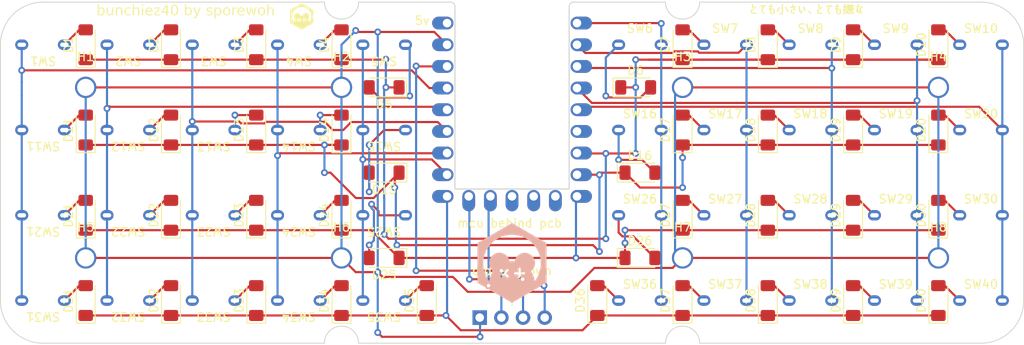
<source format=kicad_pcb>
(kicad_pcb (version 20221018) (generator pcbnew)
  (layers (0 "F.Cu" signal) (31 "B.Cu" signal) (34 "B.Paste" user) (35 "F.Paste" user) (36 "B.SilkS" user "B.Silkscreen") (37 "F.SilkS" user "F.Silkscreen") (38 "B.Mask" user) (39 "F.Mask" user) (44 "Edge.Cuts" user))
  (net 0 "")
  (net 1 "row1")
  (net 2 "Net-(D1-A)")
  (net 3 "Net-(D2-A)")
  (net 4 "Net-(D3-A)")
  (net 5 "Net-(D4-A)")
  (net 6 "Net-(D5-A)")
  (net 7 "Net-(D6-A)")
  (net 8 "Net-(D7-A)")
  (net 9 "Net-(D8-A)")
  (net 10 "Net-(D9-A)")
  (net 11 "Net-(D10-A)")
  (net 12 "row2")
  (net 13 "Net-(D11-A)")
  (net 14 "Net-(D12-A)")
  (net 15 "Net-(D13-A)")
  (net 16 "Net-(D14-A)")
  (net 17 "Net-(D15-A)")
  (net 18 "Net-(D16-A)")
  (net 19 "Net-(D17-A)")
  (net 20 "Net-(D18-A)")
  (net 21 "Net-(D19-A)")
  (net 22 "Net-(D20-A)")
  (net 23 "row3")
  (net 24 "Net-(D21-A)")
  (net 25 "Net-(D22-A)")
  (net 26 "Net-(D23-A)")
  (net 27 "Net-(D24-A)")
  (net 28 "Net-(D25-A)")
  (net 29 "Net-(D26-A)")
  (net 30 "Net-(D27-A)")
  (net 31 "Net-(D28-A)")
  (net 32 "Net-(D29-A)")
  (net 33 "Net-(D30-A)")
  (net 34 "row4")
  (net 35 "Net-(D31-A)")
  (net 36 "Net-(D32-A)")
  (net 37 "Net-(D33-A)")
  (net 38 "Net-(D34-A)")
  (net 39 "Net-(D35-A)")
  (net 40 "Net-(D36-A)")
  (net 41 "Net-(D37-A)")
  (net 42 "Net-(D38-A)")
  (net 43 "Net-(D39-A)")
  (net 44 "Net-(D40-A)")
  (net 45 "gnd")
  (net 46 "3v3")
  (net 47 "scl")
  (net 48 "sda")
  (net 49 "col1")
  (net 50 "col2")
  (net 51 "col3")
  (net 52 "col4")
  (net 53 "col5")
  (net 54 "col6")
  (net 55 "col7")
  (net 56 "col8")
  (net 57 "col9")
  (net 58 "col10")
  (footprint "mcu:rp2040-zero-tht" (layer "F.Cu") (at 145 67.62)
    (fp_text reference "U1" hide)
    (fp_text value "rp2040-zero" hide)
    (fp_line (start -6.7 -11.7) (end -6.7 9.3) (stroke (width 0.12)) (layer "Edge.Cuts"))
    (fp_line (start -6.7 9.3) (end 6.7 9.3) (stroke (width 0.12)) (layer "Edge.Cuts"))
    (fp_line (start 6.7 9.3) (end 6.7 -11.7) (stroke (width 0.12)) (layer "Edge.Cuts"))
  )
  (footprint "Diode_SMD:D_MiniMELF" (layer "F.Cu") (at 185 80 90)
    (fp_text reference "D29")
    (fp_text value "D_Small")
  )
  (footprint "Diode_SMD:D_MiniMELF" (layer "F.Cu") (at 195 70 90)
    (fp_text reference "D20")
    (fp_text value "D_Small")
  )
  (footprint "userlib:m1.6_hole" (layer "F.Cu") (at 165 85)
    (fp_text reference "H7")
    (fp_text value "MountingHole_Pad")
  )
  (footprint "userlib:Button_Mute_Kailh" (layer "F.Cu") (at 180 90)
    (fp_text reference "SW38")
    (fp_text value "SW_Push")
  )
  (footprint "userlib:Button_Mute_Kailh" (layer "F.Cu") (at 170 70)
    (fp_text reference "SW17")
    (fp_text value "SW_Push")
  )
  (footprint "userlib:Button_Mute_Kailh" (layer "F.Cu") (at 170 80)
    (fp_text reference "SW27")
    (fp_text value "SW_Push")
  )
  (footprint "userlib:Button_Mute_Kailh" (layer "F.Cu") (at 180 80)
    (fp_text reference "SW28")
    (fp_text value "SW_Push")
  )
  (footprint "userlib:m1.6_hole" (layer "F.Cu") (at 195 65)
    (fp_text reference "H4")
    (fp_text value "MountingHole_Pad")
  )
  (footprint "Diode_SMD:D_MiniMELF" (layer "F.Cu") (at 130 85 180)
    (fp_text reference "D25")
    (fp_text value "D_Small")
  )
  (footprint "userlib:Button_Mute_Kailh" (layer "F.Cu") (at 170 60)
    (fp_text reference "SW7")
    (fp_text value "SW_Push")
  )
  (footprint "userlib:Button_Mute_Kailh" (layer "F.Cu") (at 160 60)
    (fp_text reference "SW6")
    (fp_text value "SW_Push")
  )
  (footprint "userlib:Button_Mute_Kailh" (layer "F.Cu") (at 90 90 180)
    (fp_text reference "SW31")
    (fp_text value "SW_Push")
  )
  (footprint "userlib:Button_Mute_Kailh" (layer "F.Cu") (at 110 80 180)
    (fp_text reference "SW23")
    (fp_text value "SW_Push")
  )
  (footprint "Diode_SMD:D_MiniMELF" (layer "F.Cu") (at 95 80 90)
    (fp_text reference "D21")
    (fp_text value "D_Small")
  )
  (footprint "userlib:Button_Mute_Kailh" (layer "F.Cu") (at 120 90 180)
    (fp_text reference "SW34")
    (fp_text value "SW_Push")
  )
  (footprint "userlib:Button_Mute_Kailh" (layer "F.Cu") (at 90 60 180)
    (fp_text reference "SW1")
    (fp_text value "SW_Push")
  )
  (footprint "Diode_SMD:D_MiniMELF" (layer "F.Cu") (at 195 90 90)
    (fp_text reference "D40")
    (fp_text value "D_Small")
  )
  (footprint "Diode_SMD:D_MiniMELF" (layer "F.Cu") (at 130 75 180)
    (fp_text reference "D15")
    (fp_text value "D_Small")
  )
  (footprint "userlib:Button_Mute_Kailh" (layer "F.Cu") (at 200 70)
    (fp_text reference "SW20")
    (fp_text value "SW_Push")
  )
  (footprint "userlib:m1.6_hole" (layer "F.Cu") (at 125 85)
    (fp_text reference "H6")
    (fp_text value "MountingHole_Pad")
  )
  (footprint "Diode_SMD:D_MiniMELF" (layer "F.Cu") (at 165 80 90)
    (fp_text reference "D27")
    (fp_text value "D_Small")
  )
  (footprint "Diode_SMD:D_MiniMELF" (layer "F.Cu") (at 160 75)
    (fp_text reference "D16")
    (fp_text value "D_Small")
  )
  (footprint "userlib:m1.6_hole" (layer "F.Cu") (at 165 65)
    (fp_text reference "H3")
    (fp_text value "MountingHole_Pad")
  )
  (footprint "userlib:Button_Mute_Kailh" (layer "F.Cu") (at 130 90 180)
    (fp_text reference "SW35")
    (fp_text value "SW_Push")
  )
  (footprint "userlib:m1.6_hole" (layer "F.Cu") (at 95 85)
    (fp_text reference "H5")
    (fp_text value "MountingHole_Pad")
  )
  (footprint "Diode_SMD:D_MiniMELF" (layer "F.Cu") (at 185 70 90)
    (fp_text reference "D19")
    (fp_text value "D_Small")
  )
  (footprint "Diode_SMD:D_MiniMELF" (layer "F.Cu") (at 95 70 90)
    (fp_text reference "D11")
    (fp_text value "D_Small")
  )
  (footprint "Diode_SMD:D_MiniMELF" (layer "F.Cu") (at 165 90 90)
    (fp_text reference "D37")
    (fp_text value "D_Small")
  )
  (footprint "userlib:Button_Mute_Kailh" (layer "F.Cu") (at 130 70 180)
    (fp_text reference "SW15")
    (fp_text value "SW_Push")
  )
  (footprint "userlib:Button_Mute_Kailh" (layer "F.Cu") (at 100 70 180)
    (fp_text reference "SW12")
    (fp_text value "SW_Push")
  )
  (footprint "userlib:Button_Mute_Kailh" (layer "F.Cu") (at 180 60)
    (fp_text reference "SW8")
    (fp_text value "SW_Push")
  )
  (footprint "Diode_SMD:D_MiniMELF" (layer "F.Cu") (at 160 85)
    (fp_text reference "D26")
    (fp_text value "D_Small")
  )
  (footprint "userlib:m1.6_hole" (layer "F.Cu") (at 95 65)
    (fp_text reference "H1")
    (fp_text value "MountingHole_Pad")
  )
  (footprint "userlib:Button_Mute_Kailh" (layer "F.Cu") (at 100 60 180)
    (fp_text reference "SW2")
    (fp_text value "SW_Push")
  )
  (footprint "Diode_SMD:D_MiniMELF" (layer "F.Cu") (at 159.5 65)
    (fp_text reference "D6")
    (fp_text value "D_Small")
  )
  (footprint "Diode_SMD:D_MiniMELF" (layer "F.Cu") (at 185 60 90)
    (fp_text reference "D9")
    (fp_text value "D_Small")
  )
  (footprint "userlib:Button_Mute_Kailh" (layer "F.Cu") (at 130 80 180)
    (fp_text reference "SW25")
    (fp_text value "SW_Push")
  )
  (footprint "Diode_SMD:D_MiniMELF" (layer "F.Cu") (at 155 90 90)
    (fp_text reference "D36")
    (fp_text value "D_Small")
  )
  (footprint "Diode_SMD:D_MiniMELF" (layer "F.Cu") (at 175 70 90)
    (fp_text reference "D18")
    (fp_text value "D_Small")
  )
  (footprint "userlib:Button_Mute_Kailh" (layer "F.Cu") (at 110 60 180)
    (fp_text reference "SW3")
    (fp_text value "SW_Push")
  )
  (footprint "userlib:Button_Mute_Kailh" (layer "F.Cu") (at 200 60)
    (fp_text reference "SW10")
    (fp_text value "SW_Push")
  )
  (footprint "Diode_SMD:D_MiniMELF" (layer "F.Cu") (at 175 90 90)
    (fp_text reference "D38")
    (fp_text value "D_Small")
  )
  (footprint "Diode_SMD:D_MiniMELF" (layer "F.Cu") (at 95 90 90)
    (fp_text reference "D31")
    (fp_text value "D_Small")
  )
  (footprint "userlib:Button_Mute_Kailh" (layer "F.Cu") (at 190 60)
    (fp_text reference "SW9")
    (fp_text value "SW_Push")
  )
  (footprint "Diode_SMD:D_MiniMELF" (layer "F.Cu") (at 105 60 90)
    (fp_text reference "D2")
    (fp_text value "D_Small")
  )
  (footprint "Diode_SMD:D_MiniMELF" (layer "F.Cu") (at 195 60 90)
    (fp_text reference "D10")
    (fp_text value "D_Small")
  )
  (footprint "userlib:Button_Mute_Kailh" (layer "F.Cu") (at 90 70 180)
    (fp_text reference "SW11")
    (fp_text value "SW_Push")
  )
  (footprint "Diode_SMD:D_MiniMELF" (layer "F.Cu") (at 115 80 90)
    (fp_text reference "D23")
    (fp_text value "D_Small")
  )
  (footprint "Diode_SMD:D_MiniMELF" (layer "F.Cu") (at 115 70 90)
    (fp_text reference "D13")
    (fp_text value "D_Small")
  )
  (footprint "userlib:Button_Mute_Kailh" (layer "F.Cu") (at 90 80 180)
    (fp_text reference "SW21")
    (fp_text value "SW_Push")
  )
  (footprint "Diode_SMD:D_MiniMELF" (layer "F.Cu") (at 115 60 90)
    (fp_text reference "D3")
    (fp_text value "D_Small")
  )
  (footprint "Diode_SMD:D_MiniMELF" (layer "F.Cu") (at 135 90 90)
    (fp_text reference "D35")
    (fp_text value "D_Small")
  )
  (footprint "userlib:Button_Mute_Kailh" (layer "F.Cu") (at 190 70)
    (fp_text reference "SW19")
    (fp_text value "SW_Push")
  )
  (footprint "Diode_SMD:D_MiniMELF" (layer "F.Cu") (at 115 90 90)
    (fp_text reference "D33")
    (fp_text value "D_Small")
  )
  (footprint "userlib:Button_Mute_Kailh" (layer "F.Cu") (at 120 70 180)
    (fp_text reference "SW14")
    (fp_text value "SW_Push")
  )
  (footprint "userlib:Button_Mute_Kailh" (layer "F.Cu") (at 160 70)
    (fp_text reference "SW16")
    (fp_text value "SW_Push")
  )
  (footprint "Diode_SMD:D_MiniMELF" (layer "F.Cu") (at 125 70 90)
    (fp_text reference "D14")
    (fp_text value "D_Small")
  )
  (footprint "userlib:Button_Mute_Kailh" (layer "F.Cu") (at 160 80)
    (fp_text reference "SW26")
    (fp_text value "SW_Push")
  )
  (footprint "Diode_SMD:D_MiniMELF" (layer "F.Cu") (at 175 80 90)
    (fp_text reference "D28")
    (fp_text value "D_Small")
  )
  (footprint "userlib:Button_Mute_Kailh" (layer "F.Cu") (at 100 90 180)
    (fp_text reference "SW32")
    (fp_text value "SW_Push")
  )
  (footprint "userlib:Button_Mute_Kailh" (layer "F.Cu") (at 200 80)
    (fp_text reference "SW30")
    (fp_text value "SW_Push")
  )
  (footprint "userlib:m1.6_hole" (layer "F.Cu") (at 125 65)
    (fp_text reference "H2")
    (fp_text value "MountingHole_Pad")
  )
  (footprint "Diode_SMD:D_MiniMELF" (layer "F.Cu") (at 175 60 90)
    (fp_text reference "D8")
    (fp_text value "D_Small")
  )
  (footprint "userlib:Button_Mute_Kailh" (layer "F.Cu") (at 100 80 180)
    (fp_text reference "SW22")
    (fp_text value "SW_Push")
  )
  (footprint "Diode_SMD:D_MiniMELF" (layer "F.Cu") (at 125 60 90)
    (fp_text reference "D4")
    (fp_text value "D_Small")
  )
  (footprint "userlib:Button_Mute_Kailh" (layer "F.Cu") (at 170 90)
    (fp_text reference "SW37")
    (fp_text value "SW_Push")
  )
  (footprint "userlib:Button_Mute_Kailh" (layer "F.Cu") (at 190 90)
    (fp_text reference "SW39")
    (fp_text value "SW_Push")
  )
  (footprint "userlib:Button_Mute_Kailh" (layer "F.Cu") (at 130 60 180)
    (fp_text reference "SW5")
    (fp_text value "SW_Push")
  )
  (footprint "Diode_SMD:D_MiniMELF" (layer "F.Cu") (at 125 80 90)
    (fp_text reference "D24")
    (fp_text value "D_Small")
  )
  (footprint "Diode_SMD:D_MiniMELF" (layer "F.Cu") (at 105 90 90)
    (fp_text reference "D32")
    (fp_text value "D_Small")
  )
  (footprint "Diode_SMD:D_MiniMELF" (layer "F.Cu") (at 130 65 180)
    (fp_text reference "D5")
    (fp_text value "D_Small")
  )
  (footprint "Diode_SMD:D_MiniMELF" (layer "F.Cu") (at 165 70 90)
    (fp_text reference "D17")
    (fp_text value "D_Small")
  )
  (footprint "userlib:Button_Mute_Kailh" (layer "F.Cu") (at 110 70 180)
    (fp_text reference "SW13")
    (fp_text value "SW_Push")
  )
  (footprint "userlib:Button_Mute_Kailh" (layer "F.Cu") (at 190 80)
    (fp_text reference "SW29")
    (fp_text value "SW_Push")
  )
  (footprint "Diode_SMD:D_MiniMELF" (layer "F.Cu") (at 125 90 90)
    (fp_text reference "D34")
    (fp_text value "D_Small")
  )
  (footprint "userlib:m1.6_hole" (layer "F.Cu") (at 195 85)
    (fp_text reference "H8")
    (fp_text value "MountingHole_Pad")
  )
  (footprint "userlib:Button_Mute_Kailh" (layer "F.Cu") (at 120 60 180)
    (fp_text reference "SW4")
    (fp_text value "SW_Push")
  )
  (footprint "userlib:Button_Mute_Kailh" (layer "F.Cu") (at 180 70)
    (fp_text reference "SW18")
    (fp_text value "SW_Push")
  )
  (footprint "Diode_SMD:D_MiniMELF" (layer "F.Cu") (at 165 60 90)
    (fp_text reference "D7")
    (fp_text value "D_Small")
  )
  (footprint "Diode_SMD:D_MiniMELF" (layer "F.Cu") (at 105 70 90)
    (fp_text reference "D12")
    (fp_text value "D_Small")
  )
  (footprint "userlib:Button_Mute_Kailh" (layer "F.Cu") (at 120 80 180)
    (fp_text reference "SW24")
    (fp_text value "SW_Push")
  )
  (footprint "Diode_SMD:D_MiniMELF" (layer "F.Cu") (at 105 80 90)
    (fp_text reference "D22")
    (fp_text value "D_Small")
  )
  (footprint "Diode_SMD:D_MiniMELF" (layer "F.Cu") (at 95 60 90)
    (fp_text reference "D1")
    (fp_text value "D_Small")
  )
  (footprint "userlib:Button_Mute_Kailh" (layer "F.Cu") (at 110 90 180)
    (fp_text reference "SW33")
    (fp_text value "SW_Push")
  )
  (footprint "userlib:Button_Mute_Kailh" (layer "F.Cu") (at 160 90)
    (fp_text reference "SW36")
    (fp_text value "SW_Push")
  )
  (footprint "Diode_SMD:D_MiniMELF" (layer "F.Cu") (at 195 80 90)
    (fp_text reference "D30")
    (fp_text value "D_Small")
  )
  (footprint "userlib:Button_Mute_Kailh" (layer "F.Cu") (at 200 90)
    (fp_text reference "SW40")
    (fp_text value "SW_Push")
  )
  (footprint "Diode_SMD:D_MiniMELF" (layer "F.Cu") (at 185 90 90)
    (fp_text reference "D39")
    (fp_text value "D_Small")
  )
  (footprint "display:OLED-128x32-cutout" (layer "B.Cu") (at 151.01 93.6 90)
    (fp_text reference "J1" hide)
    (fp_text value "OLED-128x32")
  )
  (gr_poly (pts (xy 140.943474 83.246669) (xy 140.943471 87.924861) (xy 144.994905 90.263956) (xy 149.046334 87.924862) (xy 149.046335 85.658393) (xy 148.365744 85.658393) (xy 148.362666 85.803636) (xy 148.353516 85.947315) (xy 148.338418 86.089308) (xy 148.317496 86.229488) (xy 148.290876 86.367732) (xy 148.25868 86.503915) (xy 148.221034 86.637913) (xy 148.178063 86.769601) (xy 148.12989 86.898855) (xy 148.07664 87.025551) (xy 148.018438 87.149564) (xy 147.955407 87.27077) (xy 147.887673 87.389043) (xy 147.81536 87.504261) (xy 147.738593 87.616297) (xy 147.657494 87.725029) (xy 147.646028 87.6456) (xy 147.632258 87.566936) (xy 147.61622 87.489073) (xy 147.597951 87.412046) (xy 147.577484 87.335891) (xy 147.554857 87.260643) (xy 147.530104 87.186338) (xy 147.503261 87.113012) (xy 147.474363 87.040699) (xy 147.443446 86.969436) (xy 147.410546 86.899257) (xy 147.375698 86.830199) (xy 147.361392 86.803774) (xy 146.541639 86.803774) (xy 146.541482 86.810142) (xy 146.541016 86.816429) (xy 146.540248 86.822627) (xy 146.539185 86.82873) (xy 146.537835 86.834729) (xy 146.536206 86.840618) (xy 146.534304 86.84639) (xy 146.532137 86.852035) (xy 146.529713 86.857548) (xy 146.527039 86.862921) (xy 146.524122 86.868146) (xy 146.520971 86.873216) (xy 146.517591 86.878124) (xy 146.513991 86.882862) (xy 146.510178 86.887423) (xy 146.506159 86.891799) (xy 146.501942 86.895983) (xy 146.497534 86.899968) (xy 146.492943 86.903746) (xy 146.488176 86.907309) (xy 146.483241 86.910651) (xy 146.478144 86.913764) (xy 146.472893 86.916641) (xy 146.467497 86.919273) (xy 146.461961 86.921654) (xy 146.456294 86.923777) (xy 146.450502 86.925634) (xy 146.444594 86.927217) (xy 146.438577 86.928519) (xy 146.432458 86.929532) (xy 146.426244 86.93025) (xy 146.419943 86.930665) (xy 146.419943 86.930774) (xy 146.016856 86.930774) (xy 146.016856 87.33386) (xy 146.016748 87.33386) (xy 146.016333 87.340161) (xy 146.015615 87.346375) (xy 146.014601 87.352494) (xy 146.013299 87.358512) (xy 146.011716 87.36442) (xy 146.00986 87.370211) (xy 146.007737 87.375879) (xy 146.005356 87.381414) (xy 146.002723 87.386811) (xy 145.999847 87.392062) (xy 145.996734 87.397158) (xy 145.993392 87.402094) (xy 145.989828 87.406861) (xy 145.98605 87.411452) (xy 145.982066 87.41586) (xy 145.977881 87.420077) (xy 145.973505 87.424095) (xy 145.968944 87.427908) (xy 145.964206 87.431508) (xy 145.959299 87.434888) (xy 145.954228 87.43804) (xy 145.949003 87.440957) (xy 145.94363 87.443631) (xy 145.938117 87.446055) (xy 145.932472 87.448221) (xy 145.926701 87.450123) (xy 145.920812 87.451752) (xy 145.914812 87.453102) (xy 145.908709 87.454165) (xy 145.902511 87.454933) (xy 145.896224 87.4554) (xy 145.889856 87.455557) (xy 145.883489 87.4554) (xy 145.877202 87.454933) (xy 145.871004 87.454165) (xy 145.864901 87.453102) (xy 145.858901 87.451752) (xy 145.853013 87.450123) (xy 145.847242 87.448221) (xy 145.841596 87.446055) (xy 145.836083 87.443631) (xy 145.83071 87.440957) (xy 145.825485 87.43804) (xy 145.820415 87.434888) (xy 145.815507 87.431508) (xy 145.81077 87.427908) (xy 145.806209 87.424095) (xy 145.801833 87.420077) (xy 145.797649 87.41586) (xy 145.793664 87.411452) (xy 145.789886 87.406861) (xy 145.786322 87.402094) (xy 145.782981 87.397158) (xy 145.779868 87.392062) (xy 145.776991 87.386811) (xy 145.774359 87.381414) (xy 145.771977 87.375879) (xy 145.769855 87.370211) (xy 145.767998 87.36442) (xy 145.766415 87.358512) (xy 145.765113 87.352494) (xy 145.764099 87.346375) (xy 145.763381 87.340161) (xy 145.762966 87.33386) (xy 145.762858 87.33386) (xy 145.762858 87.177324) (xy 144.597986 87.177324) (xy 144.597733 87.18326) (xy 144.597204 87.189182) (xy 144.5964 87.195078) (xy 144.595319 87.200938) (xy 144.593963 87.206752) (xy 144.59233 87.212509) (xy 144.590422 87.218199) (xy 144.588238 87.223811) (xy 144.585778 87.229335) (xy 144.583042 87.23476) (xy 144.58003 87.240077) (xy 144.576742 87.245274) (xy 144.573178 87.25034) (xy 144.569338 87.255267) (xy 144.565222 87.260042) (xy 144.560831 87.264656) (xy 144.556217 87.269047) (xy 144.551442 87.273163) (xy 144.546516 87.277002) (xy 144.541449 87.280566) (xy 144.536252 87.283854) (xy 144.530936 87.286866) (xy 144.52551 87.289602) (xy 144.519986 87.292062) (xy 144.514374 87.294246) (xy 144.508684 87.296154) (xy 144.502927 87.297787) (xy 144.497113 87.299143) (xy 144.491253 87.300224) (xy 144.485357 87.301028) (xy 144.479435 87.301557) (xy 144.473499 87.301809) (xy 144.467559 87.301786) (xy 144.461625 87.301487) (xy 144.455707 87.300912) (xy 144.449816 87.300061) (xy 144.443963 87.298934) (xy 144.438158 87.297531) (xy 144.432412 87.295853) (xy 144.426734 87.293898) (xy 144.421136 87.291667) (xy 144.415628 87.289161) (xy 144.41022 87.286378) (xy 144.404923 87.28332) (xy 144.399747 87.279986) (xy 144.394703 87.276376) (xy 144.389802 87.272489) (xy 144.385053 87.268327) (xy 144.385033 87.268347) (xy 144.385014 87.268366) (xy 144.384976 87.268405) (xy 144.09995 86.98338) (xy 143.818675 87.264656) (xy 143.814925 87.268405) (xy 143.814906 87.268386) (xy 143.814886 87.268366) (xy 143.814867 87.268347) (xy 143.814858 87.268337) (xy 143.814849 87.268327) (xy 143.8101 87.272489) (xy 143.805198 87.276376) (xy 143.800154 87.279986) (xy 143.794978 87.28332) (xy 143.789681 87.286378) (xy 143.784273 87.289161) (xy 143.778765 87.291667) (xy 143.773167 87.293898) (xy 143.767489 87.295853) (xy 143.761742 87.297531) (xy 143.755937 87.298934) (xy 143.750084 87.300061) (xy 143.744193 87.300912) (xy 143.738276 87.301487) (xy 143.732341 87.301786) (xy 143.726401 87.301809) (xy 143.720465 87.301557) (xy 143.714544 87.301028) (xy 143.708648 87.300224) (xy 143.702788 87.299143) (xy 143.696974 87.297787) (xy 143.691217 87.296154) (xy 143.685527 87.294246) (xy 143.679914 87.292062) (xy 143.67439 87.289602) (xy 143.668965 87.286866) (xy 143.663649 87.283854) (xy 143.658452 87.280566) (xy 143.653385 87.277002) (xy 143.648459 87.273163) (xy 143.643684 87.269047) (xy 143.63907 87.264656) (xy 143.634678 87.260042) (xy 143.630563 87.255267) (xy 143.626723 87.25034) (xy 143.623159 87.245274) (xy 143.619871 87.240077) (xy 143.616859 87.23476) (xy 143.614123 87.229335) (xy 143.611663 87.223811) (xy 143.609479 87.218199) (xy 143.607571 87.212509) (xy 143.605938 87.206752) (xy 143.604582 87.200938) (xy 143.603502 87.195078) (xy 143.602697 87.189182) (xy 143.602168 87.18326) (xy 143.601916 87.177324) (xy 143.601939 87.171384) (xy 143.602238 87.16545) (xy 143.602813 87.159532) (xy 143.603664 87.153641) (xy 143.604791 87.147788) (xy 143.606194 87.141983) (xy 143.607872 87.136237) (xy 143.609827 87.130559) (xy 143.612058 87.124961) (xy 143.614564 87.119452) (xy 143.617346 87.114045) (xy 143.620405 87.108748) (xy 143.623739 87.103572) (xy 143.627349 87.098528) (xy 143.631235 87.093627) (xy 143.635397 87.088878) (xy 143.63532 87.0888) (xy 143.63907 87.08505) (xy 143.920346 86.803775) (xy 143.63907 86.5225) (xy 143.63532 86.51875) (xy 143.635339 86.51873) (xy 143.635359 86.518711) (xy 143.635378 86.518692) (xy 143.635397 86.518672) (xy 143.631235 86.513924) (xy 143.627349 86.509022) (xy 143.623739 86.503978) (xy 143.620405 86.498803) (xy 143.617346 86.493506) (xy 143.614564 86.488098) (xy 143.612058 86.482589) (xy 143.609827 86.476991) (xy 143.607872 86.471314) (xy 143.606194 86.465567) (xy 143.604791 86.459762) (xy 143.603664 86.453909) (xy 143.602813 86.448018) (xy 143.602238 86.442101) (xy 143.601939 86.436166) (xy 143.601916 86.430226) (xy 143.602168 86.42429) (xy 143.602697 86.418369) (xy 143.603502 86.412473) (xy 143.604582 86.406612) (xy 143.605938 86.400799) (xy 143.607571 86.395041) (xy 143.609479 86.389352) (xy 143.611663 86.383739) (xy 143.614123 86.378215) (xy 143.616859 86.37279) (xy 143.619871 86.367473) (xy 143.623159 86.362276) (xy 143.626723 86.35721) (xy 143.630563 86.352284) (xy 143.634678 86.347508) (xy 143.63907 86.342895) (xy 143.643684 86.338503) (xy 143.648459 86.334387) (xy 143.653385 86.330547) (xy 143.658452 86.326984) (xy 143.663649 86.323696) (xy 143.668965 86.320684) (xy 143.674391 86.317948) (xy 143.679915 86.315488) (xy 143.685527 86.313303) (xy 143.691217 86.311395) (xy 143.696974 86.309763) (xy 143.702788 86.308406) (xy 143.708648 86.307326) (xy 143.714544 86.306521) (xy 143.720465 86.305993) (xy 143.726401 86.30574) (xy 143.732342 86.305763) (xy 143.738276 86.306062) (xy 143.744194 86.306637) (xy 143.750084 86.307488) (xy 143.755938 86.308615) (xy 143.761743 86.310018) (xy 143.767489 86.311696) (xy 143.773167 86.313651) (xy 143.778765 86.315882) (xy 143.784273 86.318388) (xy 143.789681 86.32117) (xy 143.794978 86.324229) (xy 143.800154 86.327563) (xy 143.805198 86.331173) (xy 143.8101 86.335059) (xy 143.814849 86.339221) (xy 143.814887 86.339182) (xy 143.814897 86.339173) (xy 143.814906 86.339163) (xy 143.814916 86.339153) (xy 143.814927 86.339144) (xy 143.818564 86.342784) (xy 143.818592 86.342811) (xy 143.818619 86.342839) (xy 143.818673 86.342895) (xy 144.09995 86.62417) (xy 144.381225 86.342893) (xy 144.384976 86.339144) (xy 144.385053 86.339221) (xy 144.389802 86.335059) (xy 144.394703 86.331173) (xy 144.399747 86.327563) (xy 144.404923 86.324228) (xy 144.41022 86.32117) (xy 144.415628 86.318388) (xy 144.421136 86.315881) (xy 144.426734 86.313651) (xy 144.432412 86.311696) (xy 144.438158 86.310017) (xy 144.443963 86.308614) (xy 144.449816 86.307487) (xy 144.455707 86.306637) (xy 144.461625 86.306062) (xy 144.467559 86.305762) (xy 144.473499 86.305739) (xy 144.479435 86.305992) (xy 144.485357 86.306521) (xy 144.491253 86.307325) (xy 144.497113 86.308406) (xy 144.502927 86.309762) (xy 144.508684 86.311394) (xy 144.514374 86.313303) (xy 144.519986 86.315487) (xy 144.52551 86.317947) (xy 144.530936 86.320683) (xy 144.536252 86.323695) (xy 144.541449 86.326983) (xy 144.546516 86.330547) (xy 144.551442 86.334386) (xy 144.556217 86.338502) (xy 144.560831 86.342893) (xy 144.565222 86.347507) (xy 144.569338 86.352283) (xy 144.573178 86.357209) (xy 144.576742 86.362276) (xy 144.58003 86.367473) (xy 144.583042 86.372789) (xy 144.585778 86.378214) (xy 144.588238 86.383739) (xy 144.590422 86.389351) (xy 144.59233 86.395041) (xy 144.593963 86.400798) (xy 144.595319 86.406612) (xy 144.5964 86.412472) (xy 144.597204 86.418368) (xy 144.597733 86.424289) (xy 144.597986 86.430225) (xy 144.597962 86.436166) (xy 144.597663 86.4421) (xy 144.597088 86.448018) (xy 144.596237 86.453908) (xy 144.59511 86.459761) (xy 144.593708 86.465566) (xy 144.592029 86.471313) (xy 144.590074 86.476991) (xy 144.587844 86.482589) (xy 144.585337 86.488097) (xy 144.582555 86.493505) (xy 144.579497 86.498802) (xy 144.576162 86.503978) (xy 144.572552 86.509022) (xy 144.568666 86.513924) (xy 144.564504 86.518672) (xy 144.564581 86.518749) (xy 144.560831 86.522499) (xy 144.279556 86.803775) (xy 144.56458 87.0888) (xy 144.564504 87.088878) (xy 144.568666 87.093627) (xy 144.572552 87.098528) (xy 144.576162 87.103572) (xy 144.579497 87.108748) (xy 144.582555 87.114045) (xy 144.585337 87.119452) (xy 144.587844 87.124961) (xy 144.590074 87.130559) (xy 144.592029 87.136237) (xy 144.593708 87.141983) (xy 144.59511 87.147788) (xy 144.596237 87.153641) (xy 144.597088 87.159532) (xy 144.597663 87.16545) (xy 144.597962 87.171384) (xy 144.597986 87.177324) (xy 145.762858 87.177324) (xy 145.762858 86.930774) (xy 145.35977 86.930774) (xy 145.35977 86.930665) (xy 145.353469 86.93025) (xy 145.347256 86.929532) (xy 145.341136 86.928519) (xy 145.335119 86.927217) (xy 145.329211 86.925634) (xy 145.32342 86.923777) (xy 145.317752 86.921654) (xy 145.312217 86.919273) (xy 145.30682 86.916641) (xy 145.301569 86.913764) (xy 145.296473 86.910651) (xy 145.291537 86.907309) (xy 145.28677 86.903746) (xy 145.282179 86.899968) (xy 145.277771 86.895983) (xy 145.273554 86.891799) (xy 145.269536 86.887423) (xy 145.265723 86.882862) (xy 145.262122 86.878124) (xy 145.258743 86.873216) (xy 145.255591 86.868146) (xy 145.252674 86.862921) (xy 145.25 86.857548) (xy 145.247576 86.852035) (xy 145.245409 86.84639) (xy 145.243508 86.840618) (xy 145.241878 86.834729) (xy 145.240528 86.82873) (xy 145.239466 86.822627) (xy 145.238697 86.816429) (xy 145.238231 86.810142) (xy 145.238074 86.803774) (xy 145.238231 86.797406) (xy 145.238697 86.791119) (xy 145.239466 86.784921) (xy 145.240528 86.778818) (xy 145.241878 86.772818) (xy 145.243508 86.766929) (xy 145.245409 86.761158) (xy 145.247576 86.755513) (xy 145.25 86.75) (xy 145.252674 86.744627) (xy 145.255591 86.739402) (xy 145.258743 86.734332) (xy 145.262122 86.729424) (xy 145.265723 86.724686) (xy 145.269536 86.720125) (xy 145.273554 86.715749) (xy 145.277771 86.711565) (xy 145.282179 86.70758) (xy 145.28677 86.703802) (xy 145.291537 86.700239) (xy 145.296473 86.696897) (xy 145.301569 86.693784) (xy 145.30682 86.690907) (xy 145.312217 86.688275) (xy 145.317752 86.685893) (xy 145.32342 86.683771) (xy 145.329211 86.681914) (xy 145.335119 86.680331) (xy 145.341136 86.679029) (xy 145.347256 86.678015) (xy 145.353469 86.677297) (xy 145.35977 86.676882) (xy 145.35977 86.676775) (xy 145.364917 86.676776) (xy 145.762858 86.676776) (xy 145.762858 86.273688) (xy 145.762965 86.273688) (xy 145.76338 86.267387) (xy 145.764098 86.261173) (xy 145.765112 86.255054) (xy 145.766414 86.249036) (xy 145.767997 86.243128) (xy 145.769854 86.237337) (xy 145.771976 86.23167) (xy 145.774358 86.226134) (xy 145.77699 86.220737) (xy 145.779867 86.215486) (xy 145.78298 86.21039) (xy 145.786322 86.205454) (xy 145.789885 86.200687) (xy 145.793663 86.196096) (xy 145.797648 86.191688) (xy 145.801832 86.187471) (xy 145.806208 86.183453) (xy 145.810769 86.179639) (xy 145.815507 86.176039) (xy 145.820415 86.17266) (xy 145.825485 86.169508) (xy 145.83071 86.166591) (xy 145.836083 86.163917) (xy 145.841596 86.161493) (xy 145.847241 86.159326) (xy 145.853012 86.157424) (xy 145.858901 86.155795) (xy 145.864901 86.154445) (xy 145.871004 86.153382) (xy 145.877202 86.152614) (xy 145.883489 86.152148) (xy 145.889856 86.151991) (xy 145.896224 86.152148) (xy 145.902511 86.152614) (xy 145.908709 86.153382) (xy 145.914812 86.154445) (xy 145.920812 86.155795) (xy 145.926701 86.157424) (xy 145.932472 86.159326) (xy 145.938117 86.161493) (xy 145.94363 86.163917) (xy 145.949003 86.166591) (xy 145.954228 86.169508) (xy 145.959299 86.17266) (xy 145.964206 86.176039) (xy 145.968944 86.179639) (xy 145.973505 86.183453) (xy 145.977881 86.187471) (xy 145.982066 86.191688) (xy 145.98605 86.196096) (xy 145.989828 86.200687) (xy 145.993392 86.205454) (xy 145.996734 86.21039) (xy 145.999847 86.215486) (xy 146.002723 86.220737) (xy 146.005356 86.226134) (xy 146.007737 86.23167) (xy 146.00986 86.237337) (xy 146.011716 86.243128) (xy 146.013299 86.249036) (xy 146.014601 86.255054) (xy 146.015615 86.261173) (xy 146.016333 86.267387) (xy 146.016748 86.273688) (xy 146.016856 86.273688) (xy 146.016856 86.676775) (xy 146.419943 86.676775) (xy 146.419943 86.676884) (xy 146.426244 86.677299) (xy 146.432458 86.678017) (xy 146.438577 86.67903) (xy 146.444595 86.680332) (xy 146.450503 86.681915) (xy 146.456294 86.683772) (xy 146.461961 86.685895) (xy 146.467497 86.688276) (xy 146.472894 86.690908) (xy 146.478144 86.693785) (xy 146.483241 86.696898) (xy 146.488177 86.70024) (xy 146.492944 86.703803) (xy 146.497535 86.707581) (xy 146.501942 86.711566) (xy 146.506159 86.71575) (xy 146.510178 86.720126) (xy 146.513991 86.724687) (xy 146.517591 86.729425) (xy 146.520971 86.734332) (xy 146.524123 86.739403) (xy 146.527039 86.744628) (xy 146.529713 86.75) (xy 146.532137 86.755513) (xy 146.534304 86.761159) (xy 146.536206 86.76693) (xy 146.537835 86.772819) (xy 146.539185 86.778818) (xy 146.540248 86.784921) (xy 146.541016 86.79112) (xy 146.541482 86.797406) (xy 146.541639 86.803774) (xy 147.361392 86.803774) (xy 147.338937 86.762297) (xy 147.3003 86.695586) (xy 147.25982 86.630103) (xy 147.217536 86.565882) (xy 147.270989 86.523192) (xy 147.321903 86.477593) (xy 147.370154 86.42921) (xy 147.415614 86.378169) (xy 147.458158 86.324596) (xy 147.497662 86.268615) (xy 147.533999 86.210352) (xy 147.567044 86.149933) (xy 147.596672 86.087483) (xy 147.622756 86.023129) (xy 147.645172 85.956994) (xy 147.663794 85.889206) (xy 147.678496 85.819889) (xy 147.689153 85.749168) (xy 147.695639 85.677171) (xy 147.697829 85.604021) (xy 147.697829 85.604022) (xy 147.69783 85.604022) (xy 147.696263 85.542118) (xy 147.691612 85.481024) (xy 147.683954 85.420815) (xy 147.673364 85.361566) (xy 147.659918 85.303354) (xy 147.643692 85.246255) (xy 147.624761 85.190344) (xy 147.603202 85.135697) (xy 147.57909 85.08239) (xy 147.552501 85.030498) (xy 147.523511 84.980099) (xy 147.492195 84.931266) (xy 147.45863 84.884076) (xy 147.422891 84.838606) (xy 147.385054 84.79493) (xy 147.345195 84.753124) (xy 147.303389 84.713265) (xy 147.259713 84.675428) (xy 147.214243 84.639689) (xy 147.167053 84.606124) (xy 147.11822 84.574809) (xy 147.06782 84.545818) (xy 147.015929 84.519229) (xy 146.962622 84.495117) (xy 146.907975 84.473558) (xy 146.852064 84.454627) (xy 146.794965 84.438401) (xy 146.736753 84.424955) (xy 146.677504 84.414365) (xy 146.617295 84.406707) (xy 146.556201 84.402056) (xy 146.494298 84.400489) (xy 146.438677 84.401754) (xy 146.383703 84.405511) (xy 146.32943 84.411705) (xy 146.275913 84.420282) (xy 146.223207 84.431186) (xy 146.171367 84.444363) (xy 146.120447 84.459758) (xy 146.070503 84.477316) (xy 146.021589 84.496983) (xy 145.97376 84.518702) (xy 145.927071 84.54242) (xy 145.881578 84.568081) (xy 145.837334 84.595631) (xy 145.794395 84.625015) (xy 145.752816 84.656178) (xy 145.712651 84.689064) (xy 145.673956 84.72362) (xy 145.636785 84.759789) (xy 145.601194 84.797519) (xy 145.567236 84.836752) (xy 145.534967 84.877435) (xy 145.504442 84.919513) (xy 145.475716 84.962931) (xy 145.448844 85.007633) (xy 145.42388 85.053566) (xy 145.400879 85.100673) (xy 145.379897 85.148901) (xy 145.360987 85.198194) (xy 145.344206 85.248498) (xy 145.329608 85.299758) (xy 145.317247 85.351918) (xy 145.307179 85.404924) (xy 145.268679 85.400739) (xy 145.230018 85.397099) (xy 145.191201 85.394008) (xy 145.152231 85.391471) (xy 145.113113 85.38949) (xy 145.073849 85.388071) (xy 145.034445 85.387216) (xy 144.994904 85.386931) (xy 144.994903 85.386931) (xy 144.958031 85.387179) (xy 144.921278 85.387922) (xy 144.884646 85.389157) (xy 144.84814 85.39088) (xy 144.811762 85.393089) (xy 144.775515 85.395779) (xy 144.739403 85.398949) (xy 144.703429 85.402594) (xy 144.693955 85.348855) (xy 144.68213 85.295962) (xy 144.66801 85.243971) (xy 144.651651 85.192939) (xy 144.63311 85.142921) (xy 144.612443 85.093975) (xy 144.589706 85.046156) (xy 144.564957 84.999521) (xy 144.538251 84.954127) (xy 144.509644 84.91003) (xy 144.479194 84.867286) (xy 144.446957 84.825953) (xy 144.412988 84.786085) (xy 144.377345 84.74774) (xy 144.340084 84.710974) (xy 144.301262 84.675843) (xy 144.260934 84.642405) (xy 144.219158 84.610715) (xy 144.175989 84.58083) (xy 144.131484 84.552805) (xy 144.0857 84.526699) (xy 144.038693 84.502567) (xy 143.990519 84.480465) (xy 143.941235 84.46045) (xy 143.890897 84.442579) (xy 143.839561 84.426907) (xy 143.787285 84.413491) (xy 143.734124 84.402389) (xy 143.680136 84.393655) (xy 143.625375 84.387346) (xy 143.5699 84.38352) (xy 143.513765 84.382232) (xy 143.451862 84.383799) (xy 143.390768 84.38845) (xy 143.330558 84.396108) (xy 143.27131 84.406698) (xy 143.213098 84.420144) (xy 143.155999 84.43637) (xy 143.100088 84.455301) (xy 143.045441 84.47686) (xy 142.992134 84.500972) (xy 142.940242 84.527561) (xy 142.889843 84.556551) (xy 142.84101 84.587867) (xy 142.79382 84.621432) (xy 142.74835 84.657171) (xy 142.704674 84.695008) (xy 142.662868 84.734867) (xy 142.623009 84.776672) (xy 142.585172 84.820348) (xy 142.549433 84.865819) (xy 142.515868 84.913008) (xy 142.484553 84.961841) (xy 142.455562 85.012241) (xy 142.428973 85.064133) (xy 142.404861 85.11744) (xy 142.383302 85.172087) (xy 142.364371 85.227998) (xy 142.348145 85.285097) (xy 142.334699 85.343309) (xy 142.324109 85.402557) (xy 142.316451 85.462767) (xy 142.3118 85.523861) (xy 142.310233 85.585764) (xy 142.312405 85.658601) (xy 142.318836 85.730295) (xy 142.329402 85.800725) (xy 142.343981 85.869764) (xy 142.362448 85.937291) (xy 142.384679 86.00318) (xy 142.41055 86.067309) (xy 142.439937 86.129552) (xy 142.472717 86.189787) (xy 142.508765 86.247889) (xy 142.547958 86.303734) (xy 142.590172 86.357198) (xy 142.635282 86.408158) (xy 142.683165 86.45649) (xy 142.733697 86.502069) (xy 142.786754 86.544772) (xy 142.743001 86.609907) (xy 142.701119 86.676368) (xy 142.661145 86.74412) (xy 142.623116 86.813123) (xy 142.587072 86.88334) (xy 142.553049 86.954733) (xy 142.521085 87.027264) (xy 142.491218 87.100895) (xy 142.463486 87.17559) (xy 142.437927 87.251309) (xy 142.414578 87.328015) (xy 142.393477 87.405671) (xy 142.374663 87.484238) (xy 142.358172 87.563679) (xy 142.344042 87.643955) (xy 142.332313 87.72503) (xy 142.251214 87.616299) (xy 142.174446 87.504262) (xy 142.102133 87.389044) (xy 142.034399 87.27077) (xy 141.971369 87.149565) (xy 141.913166 87.025552) (xy 141.859916 86.898856) (xy 141.811743 86.769602) (xy 141.768772 86.637913) (xy 141.731126 86.503915) (xy 141.69893 86.367732) (xy 141.672309 86.229488) (xy 141.651388 86.089308) (xy 141.63629 85.947315) (xy 141.627139 85.803636) (xy 141.624062 85.658393) (xy 141.628451 85.485014) (xy 141.641476 85.313902) (xy 141.662924 85.145269) (xy 141.692585 84.979326) (xy 141.730244 84.816287) (xy 141.77569 84.656364) (xy 141.828711 84.499769) (xy 141.889094 84.346714) (xy 141.956627 84.197412) (xy 142.031097 84.052075) (xy 142.112293 83.910915) (xy 142.200002 83.774145) (xy 142.294011 83.641977) (xy 142.394108 83.514623) (xy 142.500081 83.392296) (xy 142.611718 83.275208) (xy 142.728806 83.163571) (xy 142.851134 83.057598) (xy 142.978487 82.957501) (xy 143.110655 82.863492) (xy 143.247426 82.775783) (xy 143.388585 82.694587) (xy 143.533922 82.620117) (xy 143.683224 82.552584) (xy 143.836279 82.492201) (xy 143.992874 82.43918) (xy 144.152798 82.393734) (xy 144.315837 82.356075) (xy 144.481779 82.326415) (xy 144.650412 82.304966) (xy 144.821524 82.291941) (xy 144.994903 82.287552) (xy 145.168281 82.291941) (xy 145.339394 82.304966) (xy 145.508027 82.326415) (xy 145.673969 82.356075) (xy 145.837008 82.393734) (xy 145.996931 82.43918) (xy 146.153527 82.492201) (xy 146.306581 82.552584) (xy 146.455883 82.620117) (xy 146.601221 82.694587) (xy 146.74238 82.775783) (xy 146.87915 82.863492) (xy 147.011318 82.957501) (xy 147.138672 83.057598) (xy 147.260999 83.163571) (xy 147.378088 83.275208) (xy 147.489724 83.392296) (xy 147.595698 83.514623) (xy 147.695795 83.641977) (xy 147.789804 83.774145) (xy 147.877513 83.910915) (xy 147.958708 84.052075) (xy 148.033179 84.197412) (xy 148.100712 84.346714) (xy 148.161095 84.499769) (xy 148.214116 84.656364) (xy 148.259562 84.816287) (xy 148.297221 84.979326) (xy 148.326882 85.145269) (xy 148.34833 85.313902) (xy 148.361355 85.485014) (xy 148.365744 85.658393) (xy 149.046335 85.658393) (xy 149.046336 83.24667) (xy 144.994902 80.907576)) (fill solid) (layer "B.SilkS"))
  (gr_poly (pts (xy 121.6816 55.898394) (xy 121.681601 57.457791) (xy 120.331123 58.23749) (xy 118.980647 57.457792) (xy 118.980647 56.702302) (xy 119.20751 56.702302) (xy 119.208536 56.750716) (xy 119.211586 56.798609) (xy 119.216619 56.84594) (xy 119.223593 56.892667) (xy 119.232466 56.938748) (xy 119.243198 56.984143) (xy 119.255747 57.028809) (xy 119.270071 57.072705) (xy 119.286128 57.115789) (xy 119.303878 57.158021) (xy 119.323279 57.199359) (xy 119.344289 57.239761) (xy 119.366867 57.279185) (xy 119.390972 57.317591) (xy 119.416561 57.354937) (xy 119.443594 57.391181) (xy 119.447416 57.364704) (xy 119.452006 57.338483) (xy 119.457352 57.312529) (xy 119.463441 57.286853) (xy 119.470264 57.261468) (xy 119.477806 57.236385) (xy 119.486057 57.211617) (xy 119.495005 57.187175) (xy 119.504637 57.163071) (xy 119.514943 57.139316) (xy 119.52591 57.115923) (xy 119.537526 57.092904) (xy 119.542294 57.084096) (xy 119.815545 57.084096) (xy 119.815598 57.086218) (xy 119.815753 57.088314) (xy 119.816009 57.09038) (xy 119.816363 57.092414) (xy 119.816813 57.094414) (xy 119.817356 57.096377) (xy 119.81799 57.098301) (xy 119.818713 57.100183) (xy 119.819521 57.10202) (xy 119.820412 57.103811) (xy 119.821384 57.105553) (xy 119.822435 57.107243) (xy 119.823561 57.108879) (xy 119.824761 57.110458) (xy 119.826032 57.111979) (xy 119.827372 57.113437) (xy 119.828778 57.114832) (xy 119.830247 57.11616) (xy 119.831777 57.11742) (xy 119.833366 57.118607) (xy 119.835011 57.119721) (xy 119.83671 57.120759) (xy 119.838461 57.121718) (xy 119.840259 57.122595) (xy 119.842105 57.123389) (xy 119.843994 57.124097) (xy 119.845924 57.124716) (xy 119.847894 57.125243) (xy 119.849899 57.125677) (xy 119.851939 57.126015) (xy 119.85401 57.126254) (xy 119.856111 57.126393) (xy 119.856111 57.126429) (xy 119.990473 57.126429) (xy 119.990473 57.260791) (xy 119.990509 57.260791) (xy 119.990647 57.262891) (xy 119.990887 57.264963) (xy 119.991225 57.267002) (xy 119.991659 57.269008) (xy 119.992186 57.270978) (xy 119.992805 57.272908) (xy 119.993513 57.274797) (xy 119.994306 57.276642) (xy 119.995184 57.278441) (xy 119.996143 57.280192) (xy 119.99718 57.28189) (xy 119.998294 57.283536) (xy 119.999482 57.285125) (xy 120.000742 57.286655) (xy 120.00207 57.288124) (xy 120.003465 57.28953) (xy 120.004923 57.290869) (xy 120.006444 57.29214) (xy 120.008023 57.29334) (xy 120.009659 57.294467) (xy 120.011349 57.295518) (xy 120.013091 57.29649) (xy 120.014882 57.297381) (xy 120.016719 57.298189) (xy 120.018601 57.298911) (xy 120.020525 57.299545) (xy 120.022488 57.300088) (xy 120.024488 57.300538) (xy 120.026522 57.300893) (xy 120.028588 57.301149) (xy 120.030684 57.301304) (xy 120.032806 57.301357) (xy 120.034929 57.301304) (xy 120.037024 57.301149) (xy 120.03909 57.300893) (xy 120.041125 57.300538) (xy 120.043125 57.300088) (xy 120.045087 57.299545) (xy 120.047011 57.298911) (xy 120.048893 57.298189) (xy 120.050731 57.297381) (xy 120.052522 57.29649) (xy 120.054263 57.295518) (xy 120.055953 57.294467) (xy 120.057589 57.29334) (xy 120.059168 57.29214) (xy 120.060689 57.290869) (xy 120.062147 57.28953) (xy 120.063542 57.288124) (xy 120.06487 57.286655) (xy 120.06613 57.285125) (xy 120.067318 57.283536) (xy 120.068431 57.28189) (xy 120.069469 57.280192) (xy 120.070428 57.278441) (xy 120.071305 57.276642) (xy 120.072099 57.274797) (xy 120.072807 57.272908) (xy 120.073426 57.270978) (xy 120.073953 57.269008) (xy 120.074387 57.267002) (xy 120.074725 57.264963) (xy 120.074965 57.262891) (xy 120.075103 57.260791) (xy 120.075139 57.260791) (xy 120.075139 57.208612) (xy 120.46343 57.208612) (xy 120.463514 57.210591) (xy 120.46369 57.212565) (xy 120.463958 57.21453) (xy 120.464319 57.216484) (xy 120.464771 57.218422) (xy 120.465315 57.220341) (xy 120.465951 57.222237) (xy 120.466679 57.224108) (xy 120.467499 57.225949) (xy 120.468411 57.227758) (xy 120.469415 57.22953) (xy 120.470511 57.231262) (xy 120.471699 57.232951) (xy 120.472979 57.234593) (xy 120.474351 57.236185) (xy 120.475815 57.237723) (xy 120.477353 57.239187) (xy 120.478944 57.240559) (xy 120.480586 57.241838) (xy 120.482275 57.243026) (xy 120.484008 57.244122) (xy 120.48578 57.245126) (xy 120.487588 57.246038) (xy 120.48943 57.246858) (xy 120.4913 57.247586) (xy 120.493197 57.248222) (xy 120.495116 57.248767) (xy 120.497054 57.249219) (xy 120.499007 57.249579) (xy 120.500973 57.249847) (xy 120.502947 57.250023) (xy 120.504925 57.250107) (xy 120.506905 57.2501) (xy 120.508883 57.25) (xy 120.510856 57.249808) (xy 120.51282 57.249525) (xy 120.514771 57.249149) (xy 120.516706 57.248681) (xy 120.518621 57.248122) (xy 120.520514 57.24747) (xy 120.52238 57.246727) (xy 120.524216 57.245891) (xy 120.526018 57.244964) (xy 120.527784 57.243944) (xy 120.529509 57.242833) (xy 120.531191 57.24163) (xy 120.532824 57.240334) (xy 120.534407 57.238947) (xy 120.534414 57.238953) (xy 120.53442 57.23896) (xy 120.534433 57.238973) (xy 120.629442 57.143964) (xy 120.7232 57.237723) (xy 120.72445 57.238973) (xy 120.724456 57.238966) (xy 120.724463 57.23896) (xy 120.724469 57.238953) (xy 120.724472 57.23895) (xy 120.724475 57.238947) (xy 120.726058 57.240334) (xy 120.727692 57.24163) (xy 120.729374 57.242833) (xy 120.731099 57.243944) (xy 120.732865 57.244964) (xy 120.734667 57.245891) (xy 120.736503 57.246727) (xy 120.738369 57.24747) (xy 120.740262 57.248122) (xy 120.742178 57.248681) (xy 120.744113 57.249149) (xy 120.746064 57.249525) (xy 120.748027 57.249808) (xy 120.75 57.25) (xy 120.751978 57.2501) (xy 120.753958 57.250107) (xy 120.755937 57.250023) (xy 120.75791 57.249847) (xy 120.759876 57.249579) (xy 120.761829 57.249219) (xy 120.763767 57.248767) (xy 120.765686 57.248222) (xy 120.767583 57.247586) (xy 120.769454 57.246858) (xy 120.771295 57.246038) (xy 120.773103 57.245126) (xy 120.774875 57.244122) (xy 120.776608 57.243026) (xy 120.778297 57.241838) (xy 120.779939 57.240559) (xy 120.78153 57.239187) (xy 120.783068 57.237723) (xy 120.784532 57.236185) (xy 120.785904 57.234593) (xy 120.787184 57.232951) (xy 120.788372 57.231262) (xy 120.789468 57.22953) (xy 120.790472 57.227758) (xy 120.791384 57.225949) (xy 120.792204 57.224108) (xy 120.792932 57.222237) (xy 120.793568 57.220341) (xy 120.794112 57.218422) (xy 120.794564 57.216484) (xy 120.794924 57.21453) (xy 120.795193 57.212565) (xy 120.795369 57.210591) (xy 120.795453 57.208612) (xy 120.795445 57.206632) (xy 120.795346 57.204654) (xy 120.795154 57.202682) (xy 120.79487 57.200718) (xy 120.794495 57.198767) (xy 120.794027 57.196832) (xy 120.793468 57.194917) (xy 120.792816 57.193024) (xy 120.792072 57.191158) (xy 120.791237 57.189322) (xy 120.79031 57.187519) (xy 120.78929 57.185754) (xy 120.788179 57.184028) (xy 120.786975 57.182347) (xy 120.78568 57.180713) (xy 120.784293 57.17913) (xy 120.784318 57.179104) (xy 120.783068 57.177854) (xy 120.68931 57.084096) (xy 120.783068 56.990338) (xy 120.784318 56.989088) (xy 120.784312 56.989081) (xy 120.784305 56.989075) (xy 120.784299 56.989068) (xy 120.784293 56.989062) (xy 120.78568 56.987479) (xy 120.786975 56.985845) (xy 120.788179 56.984164) (xy 120.78929 56.982439) (xy 120.79031 56.980673) (xy 120.791237 56.97887) (xy 120.792072 56.977034) (xy 120.792816 56.975168) (xy 120.793468 56.973276) (xy 120.794027 56.97136) (xy 120.794495 56.969425) (xy 120.79487 56.967474) (xy 120.795154 56.96551) (xy 120.795346 56.963538) (xy 120.795445 56.96156) (xy 120.795453 56.95958) (xy 120.795369 56.957601) (xy 120.795193 56.955627) (xy 120.794924 56.953662) (xy 120.794564 56.951708) (xy 120.794112 56.949771) (xy 120.793568 56.947851) (xy 120.792932 56.945955) (xy 120.792204 56.944084) (xy 120.791384 56.942243) (xy 120.790472 56.940434) (xy 120.789468 56.938662) (xy 120.788372 56.93693) (xy 120.787184 56.935241) (xy 120.785904 56.933599) (xy 120.784532 56.932007) (xy 120.783068 56.930469) (xy 120.78153 56.929005) (xy 120.779939 56.927633) (xy 120.778297 56.926353) (xy 120.776608 56.925166) (xy 120.774875 56.92407) (xy 120.773103 56.923066) (xy 120.771295 56.922154) (xy 120.769453 56.921334) (xy 120.767583 56.920605) (xy 120.765686 56.919969) (xy 120.763767 56.919425) (xy 120.761829 56.918973) (xy 120.759876 56.918613) (xy 120.75791 56.918345) (xy 120.755937 56.918169) (xy 120.753958 56.918084) (xy 120.751978 56.918092) (xy 120.75 56.918192) (xy 120.748027 56.918383) (xy 120.746064 56.918667) (xy 120.744112 56.919043) (xy 120.742177 56.91951) (xy 120.740262 56.92007) (xy 120.738369 56.920721) (xy 120.736503 56.921465) (xy 120.734667 56.9223) (xy 120.732865 56.923228) (xy 120.731099 56.924247) (xy 120.729374 56.925359) (xy 120.727692 56.926562) (xy 120.726058 56.927857) (xy 120.724475 56.929245) (xy 120.724463 56.929232) (xy 120.724459 56.929229) (xy 120.724456 56.929225) (xy 120.724453 56.929222) (xy 120.724449 56.929219) (xy 120.723237 56.930432) (xy 120.723228 56.930441) (xy 120.723219 56.930451) (xy 120.723201 56.930469) (xy 120.629442 57.024228) (xy 120.535683 56.930469) (xy 120.534433 56.929219) (xy 120.534407 56.929245) (xy 120.532824 56.927857) (xy 120.531191 56.926562) (xy 120.529509 56.925359) (xy 120.527784 56.924247) (xy 120.526018 56.923228) (xy 120.524216 56.9223) (xy 120.52238 56.921465) (xy 120.520514 56.920721) (xy 120.518621 56.92007) (xy 120.516706 56.91951) (xy 120.514771 56.919042) (xy 120.51282 56.918667) (xy 120.510856 56.918383) (xy 120.508883 56.918192) (xy 120.506905 56.918092) (xy 120.504925 56.918084) (xy 120.502947 56.918168) (xy 120.500973 56.918345) (xy 120.499007 56.918613) (xy 120.497054 56.918973) (xy 120.495116 56.919425) (xy 120.493197 56.919969) (xy 120.4913 56.920605) (xy 120.48943 56.921333) (xy 120.487588 56.922153) (xy 120.48578 56.923065) (xy 120.484008 56.924069) (xy 120.482275 56.925165) (xy 120.480586 56.926353) (xy 120.478944 56.927633) (xy 120.477353 56.929005) (xy 120.475815 56.930469) (xy 120.474351 56.932007) (xy 120.472979 56.933599) (xy 120.471699 56.935241) (xy 120.470511 56.93693) (xy 120.469415 56.938662) (xy 120.468411 56.940434) (xy 120.467499 56.942242) (xy 120.466679 56.944084) (xy 120.465951 56.945955) (xy 120.465315 56.947851) (xy 120.464771 56.94977) (xy 120.464319 56.951708) (xy 120.463958 56.953662) (xy 120.46369 56.955627) (xy 120.463514 56.957601) (xy 120.46343 56.959579) (xy 120.463438 56.96156) (xy 120.463537 56.963538) (xy 120.463729 56.96551) (xy 120.464013 56.967474) (xy 120.464388 56.969425) (xy 120.464856 56.97136) (xy 120.465415 56.973275) (xy 120.466067 56.975168) (xy 120.46681 56.977034) (xy 120.467646 56.97887) (xy 120.468573 56.980673) (xy 120.469593 56.982438) (xy 120.470704 56.984164) (xy 120.471908 56.985845) (xy 120.473203 56.987479) (xy 120.47459 56.989062) (xy 120.474565 56.989087) (xy 120.475815 56.990337) (xy 120.569573 57.084096) (xy 120.474565 57.179104) (xy 120.47459 57.17913) (xy 120.473203 57.180713) (xy 120.471908 57.182347) (xy 120.470704 57.184028) (xy 120.469593 57.185754) (xy 120.468573 57.187519) (xy 120.467646 57.189322) (xy 120.46681 57.191158) (xy 120.466067 57.193024) (xy 120.465415 57.194917) (xy 120.464856 57.196832) (xy 120.464388 57.198767) (xy 120.464013 57.200718) (xy 120.463729 57.202682) (xy 120.463537 57.204654) (xy 120.463438 57.206632) (xy 120.46343 57.208612) (xy 120.075139 57.208612) (xy 120.075139 57.126429) (xy 120.209502 57.126429) (xy 120.209502 57.126393) (xy 120.211602 57.126254) (xy 120.213673 57.126015) (xy 120.215713 57.125677) (xy 120.217719 57.125243) (xy 120.219688 57.124716) (xy 120.221618 57.124097) (xy 120.223508 57.123389) (xy 120.225353 57.122595) (xy 120.227152 57.121718) (xy 120.228902 57.120759) (xy 120.230601 57.119721) (xy 120.232246 57.118607) (xy 120.233835 57.11742) (xy 120.235365 57.11616) (xy 120.236835 57.114832) (xy 120.23824 57.113437) (xy 120.23958 57.111979) (xy 120.240851 57.110458) (xy 120.242051 57.108879) (xy 120.243177 57.107243) (xy 120.244228 57.105553) (xy 120.2452 57.103811) (xy 120.246092 57.10202) (xy 120.2469 57.100183) (xy 120.247622 57.098301) (xy 120.248256 57.096377) (xy 120.248799 57.094414) (xy 120.249249 57.092414) (xy 120.249603 57.09038) (xy 120.249859 57.088314) (xy 120.250015 57.086218) (xy 120.250067 57.084096) (xy 120.250015 57.081973) (xy 120.249859 57.079877) (xy 120.249603 57.077811) (xy 120.249249 57.075777) (xy 120.248799 57.073777) (xy 120.248256 57.071814) (xy 120.247622 57.06989) (xy 120.2469 57.068009) (xy 120.246092 57.066171) (xy 120.2452 57.06438) (xy 120.244228 57.062638) (xy 120.243177 57.060948) (xy 120.242051 57.059312) (xy 120.240851 57.057733) (xy 120.23958 57.056213) (xy 120.23824 57.054754) (xy 120.236835 57.053359) (xy 120.235365 57.052031) (xy 120.233835 57.050772) (xy 120.232246 57.049584) (xy 120.230601 57.04847) (xy 120.228902 57.047432) (xy 120.227152 57.046473) (xy 120.225353 57.045596) (xy 120.223508 57.044802) (xy 120.221618 57.044095) (xy 120.219688 57.043476) (xy 120.217719 57.042948) (xy 120.215713 57.042514) (xy 120.213673 57.042176) (xy 120.211602 57.041937) (xy 120.209502 57.041798) (xy 120.209502 57.041763) (xy 120.207786 57.041763) (xy 120.075139 57.041763) (xy 120.075139 56.9074) (xy 120.075103 56.9074) (xy 120.074965 56.9053) (xy 120.074726 56.903229) (xy 120.074388 56.901189) (xy 120.073954 56.899183) (xy 120.073426 56.897214) (xy 120.072807 56.895283) (xy 120.0721 56.893394) (xy 120.071306 56.891549) (xy 120.070428 56.88975) (xy 120.069469 56.888) (xy 120.068432 56.886301) (xy 120.067318 56.884656) (xy 120.06613 56.883067) (xy 120.064871 56.881536) (xy 120.063542 56.880067) (xy 120.062148 56.878661) (xy 120.060689 56.877322) (xy 120.059169 56.876051) (xy 120.057589 56.874851) (xy 120.055953 56.873724) (xy 120.054263 56.872674) (xy 120.052522 56.871701) (xy 120.050731 56.87081) (xy 120.048893 56.870002) (xy 120.047011 56.86928) (xy 120.045088 56.868646) (xy 120.043125 56.868103) (xy 120.041125 56.867653) (xy 120.03909 56.867298) (xy 120.037024 56.867042) (xy 120.034929 56.866887) (xy 120.032806 56.866835) (xy 120.030684 56.866887) (xy 120.028588 56.867042) (xy 120.026522 56.867298) (xy 120.024488 56.867653) (xy 120.022488 56.868103) (xy 120.020525 56.868646) (xy 120.018601 56.86928) (xy 120.016719 56.870002) (xy 120.014882 56.87081) (xy 120.013091 56.871701) (xy 120.011349 56.872674) (xy 120.009659 56.873724) (xy 120.008023 56.874851) (xy 120.006444 56.876051) (xy 120.004923 56.877322) (xy 120.003465 56.878661) (xy 120.00207 56.880067) (xy 120.000742 56.881536) (xy 119.999482 56.883067) (xy 119.998294 56.884656) (xy 119.99718 56.886301) (xy 119.996143 56.888) (xy 119.995184 56.88975) (xy 119.994306 56.891549) (xy 119.993513 56.893394) (xy 119.992805 56.895283) (xy 119.992186 56.897214) (xy 119.991659 56.899183) (xy 119.991225 56.901189) (xy 119.990887 56.903229) (xy 119.990647 56.9053) (xy 119.990509 56.9074) (xy 119.990473 56.9074) (xy 119.990473 57.041763) (xy 119.856111 57.041763) (xy 119.856111 57.041799) (xy 119.85401 57.041937) (xy 119.851939 57.042177) (xy 119.849899 57.042514) (xy 119.847893 57.042948) (xy 119.845924 57.043476) (xy 119.843994 57.044095) (xy 119.842105 57.044803) (xy 119.840259 57.045596) (xy 119.83846 57.046474) (xy 119.83671 57.047433) (xy 119.835011 57.04847) (xy 119.833366 57.049584) (xy 119.831777 57.050772) (xy 119.830247 57.052031) (xy 119.828778 57.05336) (xy 119.827372 57.054754) (xy 119.826032 57.056213) (xy 119.824761 57.057733) (xy 119.823561 57.059313) (xy 119.822435 57.060948) (xy 119.821384 57.062639) (xy 119.820412 57.06438) (xy 119.819521 57.066171) (xy 119.818713 57.068009) (xy 119.81799 57.069891) (xy 119.817356 57.071814) (xy 119.816813 57.073777) (xy 119.816363 57.075777) (xy 119.816009 57.077811) (xy 119.815753 57.079878) (xy 119.815598 57.081973) (xy 119.815545 57.084096) (xy 119.542294 57.084096) (xy 119.549779 57.07027) (xy 119.562658 57.048033) (xy 119.576152 57.026205) (xy 119.590246 57.004798) (xy 119.572429 56.990568) (xy 119.555457 56.975369) (xy 119.539374 56.959241) (xy 119.52422 56.942227) (xy 119.510039 56.92437) (xy 119.496871 56.905709) (xy 119.484759 56.886288) (xy 119.473744 56.866149) (xy 119.463868 56.845332) (xy 119.455173 56.823881) (xy 119.447701 56.801836) (xy 119.441494 56.77924) (xy 119.436593 56.756134) (xy 119.433041 56.73256) (xy 119.430879 56.708561) (xy 119.430149 56.684178) (xy 119.430148 56.684178) (xy 119.430671 56.663544) (xy 119.432221 56.643179) (xy 119.434774 56.623109) (xy 119.438304 56.60336) (xy 119.442786 56.583956) (xy 119.448194 56.564923) (xy 119.454505 56.546286) (xy 119.461691 56.52807) (xy 119.469728 56.510301) (xy 119.478591 56.493004) (xy 119.488255 56.476204) (xy 119.498693 56.459926) (xy 119.509882 56.444196) (xy 119.521795 56.42904) (xy 119.534407 56.414481) (xy 119.547693 56.400546) (xy 119.561629 56.387259) (xy 119.576187 56.374647) (xy 119.591344 56.362734) (xy 119.607074 56.351546) (xy 119.623352 56.341107) (xy 119.640152 56.331444) (xy 119.657449 56.322581) (xy 119.675218 56.314543) (xy 119.693433 56.307357) (xy 119.71207 56.301047) (xy 119.731103 56.295638) (xy 119.750507 56.291156) (xy 119.770257 56.287626) (xy 119.790327 56.285073) (xy 119.810691 56.283523) (xy 119.831326 56.283001) (xy 119.849866 56.283422) (xy 119.868191 56.284675) (xy 119.886282 56.286739) (xy 119.904121 56.289598) (xy 119.921689 56.293233) (xy 119.938969 56.297625) (xy 119.955943 56.302757) (xy 119.972591 56.30861) (xy 119.988895 56.315165) (xy 120.004838 56.322405) (xy 120.020401 56.330311) (xy 120.035566 56.338865) (xy 120.050314 56.348048) (xy 120.064627 56.357843) (xy 120.078486 56.36823) (xy 120.091875 56.379192) (xy 120.104773 56.390711) (xy 120.117163 56.402767) (xy 120.129027 56.415344) (xy 120.140346 56.428422) (xy 120.151103 56.441983) (xy 120.161278 56.456009) (xy 120.170853 56.470481) (xy 120.17981 56.485382) (xy 120.188132 56.500693) (xy 120.195799 56.516395) (xy 120.202793 56.532471) (xy 120.209096 56.548902) (xy 120.21469 56.56567) (xy 120.219556 56.582757) (xy 120.223676 56.600144) (xy 120.227032 56.617812) (xy 120.239865 56.616417) (xy 120.252752 56.615204) (xy 120.265691 56.614174) (xy 120.278681 56.613328) (xy 120.291721 56.612668) (xy 120.304809 56.612195) (xy 120.317943 56.61191) (xy 120.331124 56.611815) (xy 120.343415 56.611897) (xy 120.355666 56.612145) (xy 120.367876 56.612557) (xy 120.380045 56.613131) (xy 120.392171 56.613867) (xy 120.404253 56.614764) (xy 120.416291 56.615821) (xy 120.428282 56.617036) (xy 120.43144 56.599123) (xy 120.435382 56.581492) (xy 120.440088 56.564161) (xy 120.445541 56.547151) (xy 120.451722 56.530478) (xy 120.458611 56.514163) (xy 120.46619 56.498223) (xy 120.474439 56.482678) (xy 120.483341 56.467547) (xy 120.492877 56.452848) (xy 120.503027 56.4386) (xy 120.513773 56.424822) (xy 120.525096 56.411533) (xy 120.536977 56.398751) (xy 120.549397 56.386496) (xy 120.562338 56.374785) (xy 120.57578 56.363639) (xy 120.589706 56.353076) (xy 120.604095 56.343114) (xy 120.61893 56.333773) (xy 120.634192 56.325071) (xy 120.649861 56.317027) (xy 120.665919 56.309659) (xy 120.682347 56.302988) (xy 120.699126 56.297031) (xy 120.716238 56.291807) (xy 120.733663 56.287335) (xy 120.751384 56.283634) (xy 120.76938 56.280723) (xy 120.787633 56.27862) (xy 120.806125 56.277344) (xy 120.824837 56.276915) (xy 120.845471 56.277437) (xy 120.865836 56.278988) (xy 120.885906 56.28154) (xy 120.905655 56.28507) (xy 120.925059 56.289552) (xy 120.944092 56.294961) (xy 120.962729 56.301271) (xy 120.980945 56.308458) (xy 120.998714 56.316495) (xy 121.016011 56.325358) (xy 121.032811 56.335021) (xy 121.049088 56.34546) (xy 121.064818 56.356648) (xy 121.079975 56.368561) (xy 121.094534 56.381174) (xy 121.108469 56.39446) (xy 121.121755 56.408395) (xy 121.134368 56.422954) (xy 121.146281 56.438111) (xy 121.157469 56.45384) (xy 121.167907 56.470118) (xy 121.177571 56.486918) (xy 121.186434 56.504215) (xy 121.194471 56.521984) (xy 121.201658 56.5402) (xy 121.207968 56.558837) (xy 121.213377 56.57787) (xy 121.217859 56.597274) (xy 121.221389 56.617023) (xy 121.223941 56.637093) (xy 121.225492 56.657458) (xy 121.226014 56.678092) (xy 121.22529 56.702371) (xy 121.223146 56.726269) (xy 121.219624 56.749746) (xy 121.214765 56.772759) (xy 121.208609 56.795268) (xy 121.201199 56.817231) (xy 121.192575 56.838607) (xy 121.182779 56.859355) (xy 121.171853 56.879433) (xy 121.159837 56.898801) (xy 121.146772 56.917416) (xy 121.132701 56.935237) (xy 121.117664 56.952224) (xy 121.101703 56.968334) (xy 121.084859 56.983527) (xy 121.067174 56.997762) (xy 121.081758 57.019473) (xy 121.095719 57.041627) (xy 121.109043 57.064211) (xy 121.12172 57.087212) (xy 121.133734 57.110618) (xy 121.145075 57.134415) (xy 121.15573 57.158592) (xy 121.165686 57.183136) (xy 121.17493 57.208034) (xy 121.183449 57.233274) (xy 121.191232 57.258843) (xy 121.198266 57.284728) (xy 121.204537 57.310917) (xy 121.210034 57.337397) (xy 121.214744 57.364156) (xy 121.218654 57.391181) (xy 121.245687 57.354937) (xy 121.271276 57.317592) (xy 121.295381 57.279186) (xy 121.317959 57.239761) (xy 121.338969 57.199359) (xy 121.35837 57.158022) (xy 121.37612 57.11579) (xy 121.392177 57.072705) (xy 121.406501 57.028809) (xy 121.41905 56.984143) (xy 121.429782 56.938748) (xy 121.438655 56.892667) (xy 121.445629 56.84594) (xy 121.450662 56.798609) (xy 121.453712 56.750716) (xy 121.454738 56.702302) (xy 121.453275 56.644509) (xy 121.448933 56.587472) (xy 121.441784 56.531261) (xy 121.431897 56.475946) (xy 121.419344 56.4216) (xy 121.404195 56.368292) (xy 121.386521 56.316094) (xy 121.366394 56.265076) (xy 121.343883 56.215308) (xy 121.319059 56.166863) (xy 121.291994 56.119809) (xy 121.262758 56.074219) (xy 121.231421 56.030163) (xy 121.198056 55.987712) (xy 121.162731 55.946936) (xy 121.125519 55.907907) (xy 121.08649 55.870695) (xy 121.045714 55.83537) (xy 121.003263 55.802005) (xy 120.959207 55.770668) (xy 120.913616 55.741432) (xy 120.866563 55.714367) (xy 120.818118 55.689543) (xy 120.76835 55.667032) (xy 120.717332 55.646905) (xy 120.665134 55.629231) (xy 120.611826 55.614082) (xy 120.557479 55.601529) (xy 120.502165 55.591643) (xy 120.445954 55.584493) (xy 120.388917 55.580151) (xy 120.331124 55.578688) (xy 120.273331 55.580151) (xy 120.216294 55.584493) (xy 120.160083 55.591643) (xy 120.104769 55.601529) (xy 120.050422 55.614082) (xy 119.997115 55.629231) (xy 119.944916 55.646905) (xy 119.893898 55.667032) (xy 119.844131 55.689543) (xy 119.795685 55.714367) (xy 119.748632 55.741432) (xy 119.703042 55.770668) (xy 119.658986 55.802005) (xy 119.616534 55.83537) (xy 119.575759 55.870695) (xy 119.536729 55.907907) (xy 119.499517 55.946936) (xy 119.464192 55.987712) (xy 119.430827 56.030163) (xy 119.39949 56.074219) (xy 119.370254 56.119809) (xy 119.343189 56.166863) (xy 119.318365 56.215308) (xy 119.295854 56.265076) (xy 119.275727 56.316094) (xy 119.258053 56.368292) (xy 119.242904 56.4216) (xy 119.230351 56.475946) (xy 119.220464 56.531261) (xy 119.213315 56.587472) (xy 119.208973 56.644509) (xy 119.20751 56.702302) (xy 118.980647 56.702302) (xy 118.980646 55.898394) (xy 120.331124 55.118696)) (fill solid) (layer "F.SilkS"))
  (gr_line (start 145 89.5) (end 146 88.5) (stroke (width 0.15)) (layer "F.SilkS"))
  (gr_line (start 145 87.5) (end 145 89.5) (stroke (width 0.15)) (layer "F.SilkS"))
  (gr_line (start 145 89.5) (end 145 90.5) (stroke (width 0.15)) (layer "F.SilkS"))
  (gr_line (start 144 89.5) (end 146 89.5) (stroke (width 0.15)) (layer "F.SilkS"))
  (gr_line (start 144 88.5) (end 146 88.5) (stroke (width 0.15)) (layer "F.SilkS"))
  (gr_line (start 145 89.5) (end 144 88.5) (stroke (width 0.15)) (layer "F.SilkS"))
  (gr_arc (start 200 55) (mid 203.535534 56.464466) (end 205 60) (stroke (width 0.1)) (layer "Edge.Cuts"))
  (gr_arc (start 90 95) (mid 86.464466 93.535534) (end 85 90) (stroke (width 0.1)) (layer "Edge.Cuts"))
  (gr_line (start 167 95) (end 200 95) (stroke (width 0.1)) (layer "Edge.Cuts"))
  (gr_arc (start 167 55) (mid 165 57) (end 163 55) (stroke (width 0.1)) (layer "Edge.Cuts"))
  (gr_line (start 123 55) (end 90 55) (stroke (width 0.1)) (layer "Edge.Cuts"))
  (gr_line (start 90 95) (end 123 95) (stroke (width 0.1)) (layer "Edge.Cuts"))
  (gr_arc (start 137.8 55) (mid 138.153553 55.146447) (end 138.3 55.5) (stroke (width 0.1)) (layer "Edge.Cuts"))
  (gr_arc (start 205 90) (mid 203.535534 93.535534) (end 200 95) (stroke (width 0.1)) (layer "Edge.Cuts"))
  (gr_arc (start 123 95) (mid 125 93) (end 127 95) (stroke (width 0.1)) (layer "Edge.Cuts"))
  (gr_line (start 152.2 55) (end 163 55) (stroke (width 0.1)) (layer "Edge.Cuts"))
  (gr_arc (start 85 60) (mid 86.464466 56.464466) (end 90 55) (stroke (width 0.1)) (layer "Edge.Cuts"))
  (gr_line (start 127 95) (end 163 95) (stroke (width 0.1)) (layer "Edge.Cuts"))
  (gr_arc (start 127 55) (mid 125 57) (end 123 55) (stroke (width 0.1)) (layer "Edge.Cuts"))
  (gr_line (start 200 55) (end 167 55) (stroke (width 0.1)) (layer "Edge.Cuts"))
  (gr_arc (start 151.7 55.5) (mid 151.846447 55.146447) (end 152.2 55) (stroke (width 0.1)) (layer "Edge.Cuts"))
  (gr_line (start 151.7 55.92) (end 151.7 55.5) (stroke (width 0.1)) (layer "Edge.Cuts"))
  (gr_line (start 85 60) (end 85 90) (stroke (width 0.1)) (layer "Edge.Cuts"))
  (gr_line (start 137.8 55) (end 127 55) (stroke (width 0.1)) (layer "Edge.Cuts"))
  (gr_line (start 138.3 55.92) (end 138.3 55.5) (stroke (width 0.1)) (layer "Edge.Cuts"))
  (gr_line (start 205 90) (end 205 60) (stroke (width 0.1)) (layer "Edge.Cuts"))
  (gr_arc (start 163 95) (mid 165 93) (end 167 95) (stroke (width 0.1)) (layer "Edge.Cuts"))
  (gr_text "5v" (at 133.5 57.75) (layer "F.SilkS") (effects (font (size 1 1)) (justify left bottom)))
  (gr_text "とても小さい、とても嫌な" (at 172.75 56.5) (layer "F.SilkS") (effects (font (size 1 1)) (justify left bottom)))
  (gr_text "mcu behind pcb" (at 138.5 81.5) (layer "F.SilkS") (effects (font (size 1 1)) (justify left bottom)))
  (gr_text "bunchiez40 by sporewoh" (at 96.25 56.75) (layer "F.SilkS") (effects (font (size 1.2 1.2)) (justify left bottom)))
  (gr_text "diodes down" (at 145 86.5) (layer "F.SilkS") (effects (font (size 1 1))))
  (segment (start 152.62 72.7) (end 152.67 72.75) (width 0.25) (layer "F.Cu") (net 1))
  (segment (start 156 82.75) (end 130.524598 82.75) (width 0.25) (layer "F.Cu") (net 1))
  (segment (start 159.5 65) (end 157.75 65) (width 0.25) (layer "F.Cu") (net 1))
  (segment (start 195 61.75) (end 161 61.75) (width 0.25) (layer "F.Cu") (net 1))
  (segment (start 126.95962 61.75) (end 130.15 61.75) (width 0.25) (layer "F.Cu") (net 1))
  (segment (start 159.5 61.75) (end 165 61.75) (width 0.25) (layer "F.Cu") (net 1))
  (segment (start 130.524598 82.75) (end 130.012299 82.237701) (width 0.25) (layer "F.Cu") (net 1))
  (segment (start 152.67 72.75) (end 156 72.75) (width 0.25) (layer "F.Cu") (net 1))
  (segment (start 156 72.75) (end 159.5 72.75) (width 0.25) (layer "F.Cu") (net 1))
  (segment (start 130.15 61.75) (end 130.2 61.7) (width 0.25) (layer "F.Cu") (net 1))
  (segment (start 130.20962 65) (end 131.75 65) (width 0.25) (layer "F.Cu") (net 1))
  (segment (start 165 61.75) (end 195 61.75) (width 0.25) (layer "F.Cu") (net 1))
  (segment (start 95 61.75) (end 126.95962 61.75) (width 0.25) (layer "F.Cu") (net 1))
  (via (at 159.5 61.75) (size 0.8) (drill 0.4) (layers "F.Cu" "B.Cu") (net 1))
  (via (at 130.20962 65) (size 0.8) (drill 0.4) (layers "F.Cu" "B.Cu") (net 1))
  (via (at 159.5 72.75) (size 0.8) (drill 0.4) (layers "F.Cu" "B.Cu") (net 1))
  (via (at 130.2 61.7) (size 0.8) (drill 0.4) (layers "F.Cu" "B.Cu") (net 1))
  (via (at 156 72.75) (size 0.8) (drill 0.4) (layers "F.Cu" "B.Cu") (net 1))
  (via (at 156 82.75) (size 0.8) (drill 0.4) (layers "F.Cu" "B.Cu") (net 1))
  (via (at 159.5 65) (size 0.8) (drill 0.4) (layers "F.Cu" "B.Cu") (net 1))
  (via (at 130.012299 82.237701) (size 0.8) (drill 0.4) (layers "F.Cu" "B.Cu") (net 1))
  (segment (start 130.2 64.99038) (end 130.20962 65) (width 0.25) (layer "B.Cu") (net 1))
  (segment (start 130 78) (end 130 65.20962) (width 0.25) (layer "B.Cu") (net 1))
  (segment (start 130.2 61.7) (end 130.2 64.99038) (width 0.25) (layer "B.Cu") (net 1))
  (segment (start 159.5 72.75) (end 159.5 65) (width 0.25) (layer "B.Cu") (net 1))
  (segment (start 156 72.75) (end 156 82.75) (width 0.25) (layer "B.Cu") (net 1))
  (segment (start 130.012299 82.237701) (end 130.012299 78.012299) (width 0.25) (layer "B.Cu") (net 1))
  (segment (start 159.5 65) (end 159.5 61.75) (width 0.25) (layer "B.Cu") (net 1))
  (segment (start 130.012299 78.012299) (end 130 78) (width 0.25) (layer "B.Cu") (net 1))
  (segment (start 130 65.20962) (end 130.20962 65) (width 0.25) (layer "B.Cu") (net 1))
  (segment (start 94.25 58.25) (end 92.5 60) (width 0.25) (layer "F.Cu") (net 2))
  (segment (start 95 58.25) (end 94.25 58.25) (width 0.25) (layer "F.Cu") (net 2))
  (segment (start 104.25 58.25) (end 102.5 60) (width 0.25) (layer "F.Cu") (net 3))
  (segment (start 105 58.25) (end 104.25 58.25) (width 0.25) (layer "F.Cu") (net 3))
  (segment (start 115 58.25) (end 114.25 58.25) (width 0.25) (layer "F.Cu") (net 4))
  (segment (start 114.25 58.25) (end 112.5 60) (width 0.25) (layer "F.Cu") (net 4))
  (segment (start 125 58.25) (end 124.25 58.25) (width 0.25) (layer "F.Cu") (net 5))
  (segment (start 124.25 58.25) (end 122.5 60) (width 0.25) (layer "F.Cu") (net 5))
  (segment (start 132.825 66.175) (end 133 66) (width 0.25) (layer "F.Cu") (net 6))
  (segment (start 128.25 65) (end 129.425 66.175) (width 0.25) (layer "F.Cu") (net 6))
  (segment (start 129.425 66.175) (end 132.825 66.175) (width 0.25) (layer "F.Cu") (net 6))
  (via (at 133 66) (size 0.8) (drill 0.4) (layers "F.Cu" "B.Cu") (net 6))
  (segment (start 133 60.5) (end 132.5 60) (width 0.25) (layer "B.Cu") (net 6))
  (segment (start 133 66) (end 133 60.5) (width 0.25) (layer "B.Cu") (net 6))
  (segment (start 156.175 66.175) (end 160.075 66.175) (width 0.25) (layer "F.Cu") (net 7))
  (segment (start 156 66) (end 156.175 66.175) (width 0.25) (layer "F.Cu") (net 7))
  (segment (start 160.075 66.175) (end 161.25 65) (width 0.25) (layer "F.Cu") (net 7))
  (via (at 156 66) (size 0.8) (drill 0.4) (layers "F.Cu" "B.Cu") (net 7))
  (segment (start 156 61.5) (end 156 66) (width 0.25) (layer "B.Cu") (net 7))
  (segment (start 157.5 60) (end 156 61.5) (width 0.25) (layer "B.Cu") (net 7))
  (segment (start 165 58.25) (end 165.75 58.25) (width 0.25) (layer "F.Cu") (net 8))
  (segment (start 165.75 58.25) (end 167.5 60) (width 0.25) (layer "F.Cu") (net 8))
  (segment (start 175.75 58.25) (end 177.5 60) (width 0.25) (layer "F.Cu") (net 9))
  (segment (start 175 58.25) (end 175.75 58.25) (width 0.25) (layer "F.Cu") (net 9))
  (segment (start 185 58.25) (end 185.75 58.25) (width 0.25) (layer "F.Cu") (net 10))
  (segment (start 185.75 58.25) (end 187.5 60) (width 0.25) (layer "F.Cu") (net 10))
  (segment (start 195 58.25) (end 195.75 58.25) (width 0.25) (layer "F.Cu") (net 11))
  (segment (start 195.75 58.25) (end 197.5 60) (width 0.25) (layer "F.Cu") (net 11))
  (segment (start 125 71.75) (end 123 71.75) (width 0.25) (layer "F.Cu") (net 12))
  (segment (start 131.25 75.5) (end 131.75 75) (width 0.25) (layer "F.Cu") (net 12))
  (segment (start 126.68462 77.975) (end 128.775 77.975) (width 0.25) (layer "F.Cu") (net 12))
  (segment (start 154.5 83.5) (end 131.5 83.5) (width 0.25) (layer "F.Cu") (net 12))
  (segment (start 128.775 77.975) (end 131.75 75) (width 0.25) (layer "F.Cu") (net 12))
  (segment (start 155.5 75) (end 155.25 75.25) (width 0.25) (layer "F.Cu") (net 12))
  (segment (start 165 71.75) (end 195 71.75) (width 0.25) (layer "F.Cu") (net 12))
  (segment (start 115 71.75) (end 125 71.75) (width 0.25) (layer "F.Cu") (net 12))
  (segment (start 115 71.75) (end 95 71.75) (width 0.25) (layer "F.Cu") (net 12))
  (segment (start 165 76.75) (end 160 76.75) (width 0.25) (layer "F.Cu") (net 12))
  (segment (start 165 71.75) (end 165 73.25) (width 0.25) (layer "F.Cu") (net 12))
  (segment (start 155.24 75.24) (end 155.25 75.25) (width 0.25) (layer "F.Cu") (net 12))
  (segment (start 160 76.75) (end 158.25 75) (width 0.25) (layer "F.Cu") (net 12))
  (segment (start 158.25 75) (end 155.5 75) (width 0.25) (layer "F.Cu") (net 12))
  (segment (start 123 75) (end 123.70962 75) (width 0.25) (layer "F.Cu") (net 12))
  (segment (start 123.70962 75) (end 126.68462 77.975) (width 0.25) (layer "F.Cu") (net 12))
  (segment (start 152.62 75.24) (end 155.24 75.24) (width 0.25) (layer "F.Cu") (net 12))
  (segment (start 155.25 84.25) (end 154.5 83.5) (width 0.25) (layer "F.Cu") (net 12))
  (segment (start 131.25 76.75) (end 131.25 75.5) (width 0.25) (layer "F.Cu") (net 12))
  (via (at 123 71.75) (size 0.8) (drill 0.4) (layers "F.Cu" "B.Cu") (net 12))
  (via (at 165 76.75) (size 0.8) (drill 0.4) (layers "F.Cu" "B.Cu") (net 12))
  (via (at 165 73.25) (size 0.8) (drill 0.4) (layers "F.Cu" "B.Cu") (net 12))
  (via (at 123 75) (size 0.8) (drill 0.4) (layers "F.Cu" "B.Cu") (net 12))
  (via (at 155.25 75.25) (size 0.8) (drill 0.4) (layers "F.Cu" "B.Cu") (net 12))
  (via (at 131.25 76.75) (size 0.8) (drill 0.4) (layers "F.Cu" "B.Cu") (net 12))
  (via (at 155.25 84.25) (size 0.8) (drill 0.4) (layers "F.Cu" "B.Cu") (net 12))
  (via (at 131.5 83.5) (size 0.8) (drill 0.4) (layers "F.Cu" "B.Cu") (net 12))
  (segment (start 165 73.25) (end 165 76.75) (width 0.25) (layer "B.Cu") (net 12))
  (segment (start 155.25 75.25) (end 155.25 84.25) (width 0.25) (layer "B.Cu") (net 12))
  (segment (start 131.375 83.375) (end 131.375 76.875) (width 0.25) (layer "B.Cu") (net 12))
  (segment (start 131.5 83.5) (end 131.375 83.375) (width 0.25) (layer "B.Cu") (net 12))
  (segment (start 131.375 76.875) (end 131.25 76.75) (width 0.25) (layer "B.Cu") (net 12))
  (segment (start 123 71.75) (end 123 75) (width 0.25) (layer "B.Cu") (net 12))
  (segment (start 95 68.25) (end 94.25 68.25) (width 0.25) (layer "F.Cu") (net 13))
  (segment (start 94.25 68.25) (end 92.5 70) (width 0.25) (layer "F.Cu") (net 13))
  (segment (start 104.25 68.25) (end 102.5 70) (width 0.25) (layer "F.Cu") (net 14))
  (segment (start 105 68.25) (end 104.25 68.25) (width 0.25) (layer "F.Cu") (net 14))
  (segment (start 115 68.25) (end 112.5 68.25) (width 0.25) (layer "F.Cu") (net 15))
  (via (at 112.5 68.25) (size 0.8) (drill 0.4) (layers "F.Cu" "B.Cu") (net 15))
  (segment (start 112.5 68.25) (end 112.5 70) (width 0.25) (layer "B.Cu") (net 15))
  (segment (start 125 68.25) (end 122.5 68.25) (width 0.25) (layer "F.Cu") (net 16))
  (via (at 122.5 68.25) (size 0.8) (drill 0.4) (layers "F.Cu" "B.Cu") (net 16))
  (segment (start 122.5 68.25) (end 122.5 70) (width 0.25) (layer "B.Cu") (net 16))
  (segment (start 130 70) (end 128.25 71.75) (width 0.25) (layer "F.Cu") (net 17))
  (segment (start 128.25 77.25) (end 128.25 75) (width 0.25) (layer "F.Cu") (net 17))
  (segment (start 132.5 70) (end 130 70) (width 0.25) (layer "F.Cu") (net 17))
  (via (at 128.25 71.75) (size 0.8) (drill 0.4) (layers "F.Cu" "B.Cu") (net 17))
  (via (at 128.25 77.25) (size 0.8) (drill 0.4) (layers "F.Cu" "B.Cu") (net 17))
  (segment (start 128.25 71.75) (end 128.25 77.25) (width 0.25) (layer "B.Cu") (net 17))
  (segment (start 157.5 73.5) (end 160.25 73.5) (width 0.25) (layer "F.Cu") (net 18))
  (segment (start 160.25 73.5) (end 161.75 75) (width 0.25) (layer "F.Cu") (net 18))
  (via (at 157.5 73.5) (size 0.8) (drill 0.4) (layers "F.Cu" "B.Cu") (net 18))
  (segment (start 157.5 70) (end 157.5 73.5) (width 0.25) (layer "B.Cu") (net 18))
  (segment (start 165.75 68.25) (end 165 68.25) (width 0.25) (layer "F.Cu") (net 19))
  (segment (start 167.5 70) (end 165.75 68.25) (width 0.25) (layer "F.Cu") (net 19))
  (segment (start 175.75 68.25) (end 175 68.25) (width 0.25) (layer "F.Cu") (net 20))
  (segment (start 177.5 70) (end 175.75 68.25) (width 0.25) (layer "F.Cu") (net 20))
  (segment (start 187.5 70) (end 185.75 68.25) (width 0.25) (layer "F.Cu") (net 21))
  (segment (start 185.75 68.25) (end 185 68.25) (width 0.25) (layer "F.Cu") (net 21))
  (segment (start 195.75 68.25) (end 195 68.25) (width 0.25) (layer "F.Cu") (net 22))
  (segment (start 197.5 70) (end 195.75 68.25) (width 0.25) (layer "F.Cu") (net 22))
  (segment (start 158.25 85) (end 158.25 83.25) (width 0.25) (layer "F.Cu") (net 23))
  (segment (start 95 81.75) (end 125 81.75) (width 0.25) (layer "F.Cu") (net 23))
  (segment (start 125 81.75) (end 128.5 81.75) (width 0.25) (layer "F.Cu") (net 23))
  (segment (start 128.5 81.75) (end 131.75 85) (width 0.25) (layer "F.Cu") (net 23))
  (segment (start 165 81.75) (end 195 81.75) (width 0.25) (layer "F.Cu") (net 23))
  (segment (start 158.25 81.75) (end 165 81.75) (width 0.25) (layer "F.Cu") (net 23))
  (segment (start 152.5 85) (end 158.25 85) (width 0.25) (layer "F.Cu") (net 23))
  (segment (start 131.75 85) (end 152.5 85) (width 0.25) (layer "F.Cu") (net 23))
  (via (at 158.25 81.75) (size 0.8) (drill 0.4) (layers "F.Cu" "B.Cu") (net 23))
  (via (at 152.5 85) (size 0.8) (drill 0.4) (layers "F.Cu" "B.Cu") (net 23))
  (via (at 158.25 83.25) (size 0.8) (drill 0.4) (layers "F.Cu" "B.Cu") (net 23))
  (segment (start 152.62 77.78) (end 152.5 77.9) (width 0.25) (layer "B.Cu") (net 23))
  (segment (start 152.5 77.9) (end 152.5 85) (width 0.25) (layer "B.Cu") (net 23))
  (segment (start 158.25 83.25) (end 158.25 81.75) (width 0.25) (layer "B.Cu") (net 23))
  (segment (start 94.25 78.25) (end 95 78.25) (width 0.25) (layer "F.Cu") (net 24))
  (segment (start 92.5 80) (end 94.25 78.25) (width 0.25) (layer "F.Cu") (net 24))
  (segment (start 104.25 78.25) (end 105 78.25) (width 0.25) (layer "F.Cu") (net 25))
  (segment (start 102.5 80) (end 104.25 78.25) (width 0.25) (layer "F.Cu") (net 25))
  (segment (start 114.25 78.25) (end 115 78.25) (width 0.25) (layer "F.Cu") (net 26))
  (segment (start 112.5 80) (end 114.25 78.25) (width 0.25) (layer "F.Cu") (net 26))
  (segment (start 124.25 78.25) (end 125 78.25) (width 0.25) (layer "F.Cu") (net 27))
  (segment (start 122.5 80) (end 124.25 78.25) (width 0.25) (layer "F.Cu") (net 27))
  (segment (start 129.348507 79.522507) (end 128.5255 78.6995) (width 0.25) (layer "F.Cu") (net 28))
  (segment (start 129.348507 80) (end 129.348507 79.522507) (width 0.25) (layer "F.Cu") (net 28))
  (segment (start 129.348507 80) (end 132.5 80) (width 0.25) (layer "F.Cu") (net 28))
  (segment (start 128.25 85) (end 128.25 83.5) (width 0.25) (layer "F.Cu") (net 28))
  (via (at 128.25 83.5) (size 0.8) (drill 0.4) (layers "F.Cu" "B.Cu") (net 28))
  (via (at 128.5255 78.6995) (size 0.8) (drill 0.4) (layers "F.Cu" "B.Cu") (net 28))
  (segment (start 128.8 82.95) (end 128.8 79.451493) (width 0.25) (layer "B.Cu") (net 28))
  (segment (start 128.5255 79.176993) (end 128.8 79.451493) (width 0.25) (layer "B.Cu") (net 28))
  (segment (start 128.25 83.5) (end 128.8 82.95) (width 0.25) (layer "B.Cu") (net 28))
  (segment (start 128.5255 78.6995) (end 128.5255 79.176993) (width 0.25) (layer "B.Cu") (net 28))
  (segment (start 157.5 82.025305) (end 157.5 80) (width 0.25) (layer "F.Cu") (net 29))
  (segment (start 157.949695 82.475) (end 157.5 82.025305) (width 0.25) (layer "F.Cu") (net 29))
  (segment (start 159.225 82.475) (end 157.949695 82.475) (width 0.25) (layer "F.Cu") (net 29))
  (segment (start 161.75 85) (end 159.225 82.475) (width 0.25) (layer "F.Cu") (net 29))
  (segment (start 167.5 80) (end 165.75 78.25) (width 0.25) (layer "F.Cu") (net 30))
  (segment (start 165.75 78.25) (end 165 78.25) (width 0.25) (layer "F.Cu") (net 30))
  (segment (start 175.75 78.25) (end 175 78.25) (width 0.25) (layer "F.Cu") (net 31))
  (segment (start 177.5 80) (end 175.75 78.25) (width 0.25) (layer "F.Cu") (net 31))
  (segment (start 185.75 78.25) (end 185 78.25) (width 0.25) (layer "F.Cu") (net 32))
  (segment (start 187.5 80) (end 185.75 78.25) (width 0.25) (layer "F.Cu") (net 32))
  (segment (start 197.5 80) (end 195.75 78.25) (width 0.25) (layer "F.Cu") (net 33))
  (segment (start 195.75 78.25) (end 195 78.25) (width 0.25) (layer "F.Cu") (net 33))
  (segment (start 135 91.75) (end 95 91.75) (width 0.25) (layer "F.Cu") (net 34))
  (segment (start 137.25 91.75) (end 138.98 93.48) (width 0.25) (layer "F.Cu") (net 34))
  (segment (start 138.98 93.48) (end 153.27 93.48) (width 0.25) (layer "F.Cu") (net 34))
  (segment (start 155 91.75) (end 195 91.75) (width 0.25) (layer "F.Cu") (net 34))
  (segment (start 153.27 93.48) (end 155 91.75) (width 0.25) (layer "F.Cu") (net 34))
  (segment (start 137.38 77.78) (end 137.16 78) (width 0.25) (layer "F.Cu") (net 34))
  (segment (start 137.25 91.75) (end 135 91.75) (width 0.25) (layer "F.Cu") (net 34))
  (via (at 137.25 91.75) (size 0.8) (drill 0.4) (layers "F.Cu" "B.Cu") (net 34))
  (segment (start 137.38 91.62) (end 137.25 91.75) (width 0.25) (layer "B.Cu") (net 34))
  (segment (start 137.38 77.78) (end 137.38 91.62) (width 0.25) (layer "B.Cu") (net 34))
  (segment (start 94.25 88.25) (end 95 88.25) (width 0.25) (layer "F.Cu") (net 35))
  (segment (start 92.5 90) (end 94.25 88.25) (width 0.25) (layer "F.Cu") (net 35))
  (segment (start 104.25 88.25) (end 105 88.25) (width 0.25) (layer "F.Cu") (net 36))
  (segment (start 102.5 90) (end 104.25 88.25) (width 0.25) (layer "F.Cu") (net 36))
  (segment (start 114.25 88.25) (end 115 88.25) (width 0.25) (layer "F.Cu") (net 37))
  (segment (start 112.5 90) (end 114.25 88.25) (width 0.25) (layer "F.Cu") (net 37))
  (segment (start 122.5 90) (end 124.25 88.25) (width 0.25) (layer "F.Cu") (net 38))
  (segment (start 124.25 88.25) (end 125 88.25) (width 0.25) (layer "F.Cu") (net 38))
  (segment (start 132.5 90) (end 134.25 88.25) (width 0.25) (layer "F.Cu") (net 39))
  (segment (start 134.25 88.25) (end 135 88.25) (width 0.25) (layer "F.Cu") (net 39))
  (segment (start 157.5 90) (end 155.75 88.25) (width 0.25) (layer "F.Cu") (net 40))
  (segment (start 155.75 88.25) (end 155 88.25) (width 0.25) (layer "F.Cu") (net 40))
  (segment (start 165.75 88.25) (end 165 88.25) (width 0.25) (layer "F.Cu") (net 41))
  (segment (start 167.5 90) (end 165.75 88.25) (width 0.25) (layer "F.Cu") (net 41))
  (segment (start 175.75 88.25) (end 175 88.25) (width 0.25) (layer "F.Cu") (net 42))
  (segment (start 177.5 90) (end 175.75 88.25) (width 0.25) (layer "F.Cu") (net 42))
  (segment (start 187.5 90) (end 185.75 88.25) (width 0.25) (layer "F.Cu") (net 43))
  (segment (start 185.75 88.25) (end 185 88.25) (width 0.25) (layer "F.Cu") (net 43))
  (segment (start 197.5 90) (end 195.75 88.25) (width 0.25) (layer "F.Cu") (net 44))
  (segment (start 195.75 88.25) (end 195 88.25) (width 0.25) (layer "F.Cu") (net 44))
  (segment (start 138.058313 87.225) (end 139.808313 88.975) (width 0.25) (layer "F.Cu") (net 45))
  (segment (start 125 85) (end 126.666632 86.666632) (width 0.25) (layer "F.Cu") (net 45))
  (segment (start 126.833306 58.5) (end 126.666616 58.33331) (width 0.25) (layer "F.Cu") (net 45))
  (segment (start 129.808368 87.225) (end 138.058313 87.225) (width 0.25) (layer "F.Cu") (net 45))
  (segment (start 125 65) (end 95 65) (width 0.25) (layer "F.Cu") (net 45))
  (segment (start 126.666632 86.666632) (end 129.25 86.666632) (width 0.25) (layer "F.Cu") (net 45))
  (segment (start 137.38 60) (end 135.88 58.5) (width 0.25) (layer "F.Cu") (net 45))
  (segment (start 125 85) (end 95 85) (width 0.25) (layer "F.Cu") (net 45))
  (segment (start 135.88 58.5) (end 129.25 58.5) (width 0.25) (layer "F.Cu") (net 45))
  (segment (start 154.658237 86.175) (end 163.825 86.175) (width 0.25) (layer "F.Cu") (net 45))
  (segment (start 129.75 94.25) (end 141.25 94.25) (width 0.25) (layer "F.Cu") (net 45))
  (segment (start 139.808313 88.975) (end 151.858237 88.975) (width 0.25) (layer "F.Cu") (net 45))
  (segment (start 195 85) (end 165 85) (width 0.25) (layer "F.Cu") (net 45))
  (segment (start 163.825 86.175) (end 165 85) (width 0.25) (layer "F.Cu") (net 45))
  (segment (start 129.25 86.666632) (end 129.808368 87.225) (width 0.25) (layer "F.Cu") (net 45))
  (segment (start 129.25 58.5) (end 126.833306 58.5) (width 0.25) (layer "F.Cu") (net 45))
  (segment (start 165 65) (end 195 65) (width 0.25) (layer "F.Cu") (net 45))
  (segment (start 129.25 93.75) (end 129.75 94.25) (width 0.25) (layer "F.Cu") (net 45))
  (segment (start 151.858237 88.975) (end 154.658237 86.175) (width 0.25) (layer "F.Cu") (net 45))
  (via (at 129.25 58.5) (size 0.8) (drill 0.4) (layers "F.Cu" "B.Cu") (net 45))
  (via (at 129.25 93.75) (size 0.8) (drill 0.4) (layers "F.Cu" "B.Cu") (net 45))
  (via (at 141.25 94.25) (size 0.8) (drill 0.4) (layers "F.Cu" "B.Cu") (net 45))
  (via (at 129.25 86.666632) (size 0.8) (drill 0.4) (layers "F.Cu" "B.Cu") (net 45))
  (via (at 126.666616 58.33331) (size 0.8) (drill 0.4) (layers "F.Cu" "B.Cu") (net 45))
  (segment (start 125 65) (end 125 85) (width 0.25) (layer "B.Cu") (net 45))
  (segment (start 125 59.999926) (end 125 65) (width 0.25) (layer "B.Cu") (net 45))
  (segment (start 165 85) (end 164.119479 84.119479) (width 0.25) (layer "B.Cu") (net 45))
  (segment (start 129.25 86.666632) (end 129.25 93.75) (width 0.25) (layer "B.Cu") (net 45))
  (segment (start 195 85) (end 195 65) (width 0.25) (layer "B.Cu") (net 45))
  (segment (start 126.666616 58.33331) (end 125 59.999926) (width 0.25) (layer "B.Cu") (net 45))
  (segment (start 129.25 58.5) (end 129.25 86.666632) (width 0.25) (layer "B.Cu") (net 45))
  (segment (start 164.119479 84.119479) (end 164.119479 65.880521) (width 0.25) (layer "B.Cu") (net 45))
  (segment (start 141.25 92.04) (end 141.21 92) (width 0.25) (layer "B.Cu") (net 45))
  (segment (start 95 85) (end 95 65) (width 0.25) (layer "B.Cu") (net 45))
  (segment (start 141.25 94.25) (end 141.25 92.04) (width 0.25) (layer "B.Cu") (net 45))
  (segment (start 164.119479 65.880521) (end 165 65) (width 0.25) (layer "B.Cu") (net 45))
  (segment (start 133.75 86.5) (end 143.75 86.5) (width 0.25) (layer "F.Cu") (net 46))
  (segment (start 133.79 62.54) (end 133.75 62.5) (width 0.25) (layer "F.Cu") (net 46))
  (segment (start 137.38 62.54) (end 133.79 62.54) (width 0.25) (layer "F.Cu") (net 46))
  (via (at 133.75 86.5) (size 0.8) (drill 0.4) (layers "F.Cu" "B.Cu") (net 46))
  (via (at 143.75 86.5) (size 0.8) (drill 0.4) (layers "F.Cu" "B.Cu") (net 46))
  (via (at 133.75 62.5) (size 0.8) (drill 0.4) (layers "F.Cu" "B.Cu") (net 46))
  (segment (start 143.75 92) (end 143.75 86.5) (width 0.25) (layer "B.Cu") (net 46))
  (segment (start 133.75 62.5) (end 133.75 86.5) (width 0.25) (layer "B.Cu") (net 46))
  (segment (start 146.25 87.5) (end 140 87.5) (width 0.25) (layer "F.Cu") (net 47))
  (via (at 146.25 87.5) (size 0.8) (drill 0.4) (layers "F.Cu" "B.Cu") (net 47))
  (via (at 140 87.5) (size 0.8) (drill 0.4) (layers "F.Cu" "B.Cu") (net 47))
  (segment (start 140 87.5) (end 140 77.86) (width 0.25) (layer "B.Cu") (net 47))
  (segment (start 146.29 92) (end 146.29 87.54) (width 0.25) (layer "B.Cu") (net 47))
  (segment (start 146.29 87.54) (end 146.25 87.5) (width 0.25) (layer "B.Cu") (net 47))
  (segment (start 139.92 77.78) (end 140.25 78.11) (width 0.25) (layer "B.Cu") (net 47))
  (segment (start 140 77.86) (end 139.92 77.78) (width 0.25) (layer "B.Cu") (net 47))
  (segment (start 148.75 88.25) (end 142.25 88.25) (width 0.25) (layer "F.Cu") (net 48))
  (via (at 148.75 88.25) (size 0.8) (drill 0.4) (layers "F.Cu" "B.Cu") (net 48))
  (via (at 142.25 88.25) (size 0.8) (drill 0.4) (layers "F.Cu" "B.Cu") (net 48))
  (segment (start 149 92.41) (end 148.895 92.305) (width 0.25) (layer "B.Cu") (net 48))
  (segment (start 148.83 88.33) (end 148.75 88.25) (width 0.25) (layer "B.Cu") (net 48))
  (segment (start 142.25 88.25) (end 142.25 77.99) (width 0.25) (layer "B.Cu") (net 48))
  (segment (start 142.25 77.99) (end 142.46 77.78) (width 0.25) (layer "B.Cu") (net 48))
  (segment (start 148.83 92) (end 148.83 88.33) (width 0.25) (layer "B.Cu") (net 48))
  (segment (start 137.38 65.08) (end 135.304695 65.08) (width 0.25) (layer "F.Cu") (net 49))
  (segment (start 133.224695 63) (end 87.5 63) (width 0.25) (layer "F.Cu") (net 49))
  (segment (start 135.304695 65.08) (end 133.224695 63) (width 0.25) (layer "F.Cu") (net 49))
  (via (at 87.5 63) (size 0.8) (drill 0.4) (layers "F.Cu" "B.Cu") (net 49))
  (segment (start 87.5 60) (end 87.5 63) (width 0.25) (layer "B.Cu") (net 49))
  (segment (start 87.5 63) (end 87.5 64.4) (width 0.25) (layer "B.Cu") (net 49))
  (segment (start 87.5 66) (end 87.5 90) (width 0.25) (layer "B.Cu") (net 49))
  (segment (start 87.5 64.4) (end 87.5 66) (width 0.25) (layer "B.Cu") (net 49))
  (segment (start 137.38 67.62) (end 136.960116 67.200116) (width 0.25) (layer "F.Cu") (net 50))
  (segment (start 97.699616 67.275) (end 97.5 67.474616) (width 0.25) (layer "F.Cu") (net 50))
  (segment (start 137.38 67.62) (end 137.035 67.275) (width 0.25) (layer "F.Cu") (net 50))
  (segment (start 97.7745 67.200116) (end 97.5 67.474616) (width 0.25) (layer "F.Cu") (net 50))
  (segment (start 137.035 67.275) (end 97.699616 67.275) (width 0.25) (layer "F.Cu") (net 50))
  (via (at 97.5 67.474616) (size 0.8) (drill 0.4) (layers "F.Cu" "B.Cu") (net 50))
  (segment (start 97.5 90) (end 97.5 60) (width 0.25) (layer "B.Cu") (net 50))
  (segment (start 136.283 69.063) (end 126.14662 69.063) (width 0.25) (layer "F.Cu") (net 51))
  (segment (start 125.20962 70) (end 123.987437 70) (width 0.25) (layer "F.Cu") (net 51))
  (segment (start 126.14662 69.063) (end 125.20962 70) (width 0.25) (layer "F.Cu") (net 51))
  (segment (start 115.98462 69.225) (end 113.225 69.225) (width 0.25) (layer "F.Cu") (net 51))
  (segment (start 123.987437 70) (end 123.022057 69.03462) (width 0.25) (layer "F.Cu") (net 51))
  (segment (start 113.225 69.225) (end 113 69) (width 0.25) (layer "F.Cu") (net 51))
  (segment (start 137.38 70.16) (end 136.283 69.063) (width 0.25) (layer "F.Cu") (net 51))
  (segment (start 123.022057 69.03462) (end 116.175 69.03462) (width 0.25) (layer "F.Cu") (net 51))
  (segment (start 113 69) (end 107.5 69) (width 0.25) (layer "F.Cu") (net 51))
  (segment (start 116.175 69.03462) (end 115.98462 69.225) (width 0.25) (layer "F.Cu") (net 51))
  (via (at 107.5 69) (size 0.8) (drill 0.4) (layers "F.Cu" "B.Cu") (net 51))
  (segment (start 107.5 60) (end 107.5 69) (width 0.25) (layer "B.Cu") (net 51))
  (segment (start 107.5 69) (end 107.5 90) (width 0.25) (layer "B.Cu") (net 51))
  (segment (start 137.355 72.725) (end 117.775 72.725) (width 0.25) (layer "F.Cu") (net 52))
  (segment (start 137.38 72.7) (end 137.355 72.725) (width 0.25) (layer "F.Cu") (net 52))
  (segment (start 117.775 72.725) (end 117.5 73) (width 0.25) (layer "F.Cu") (net 52))
  (via (at 117.5 73) (size 0.8) (drill 0.4) (layers "F.Cu" "B.Cu") (net 52))
  (segment (start 117.5 90) (end 117.5 73) (width 0.25) (layer "B.Cu") (net 52))
  (segment (start 117.5 73) (end 117.5 60) (width 0.25) (layer "B.Cu") (net 52))
  (segment (start 135.5895 73.4495) (end 127.5 73.4495) (width 0.25) (layer "F.Cu") (net 53))
  (segment (start 137.38 75.24) (end 135.5895 73.4495) (width 0.25) (layer "F.Cu") (net 53))
  (via (at 127.5 73.4495) (size 0.8) (drill 0.4) (layers "F.Cu" "B.Cu") (net 53))
  (segment (start 127.5 60) (end 127.5 90) (width 0.25) (layer "B.Cu") (net 53))
  (segment (start 152.62 57.46) (end 162.46 57.46) (width 0.25) (layer "F.Cu") (net 54))
  (segment (start 162.46 57.46) (end 162.5 57.5) (width 0.25) (layer "F.Cu") (net 54))
  (via (at 162.5 57.5) (size 0.8) (drill 0.4) (layers "F.Cu" "B.Cu") (net 54))
  (segment (start 162.5 57.5) (end 162.5 60) (width 0.25) (layer "B.Cu") (net 54))
  (segment (start 162.5 90) (end 162.5 60) (width 0.25) (layer "B.Cu") (net 54))
  (segment (start 166.937 60.937) (end 171.563 60.937) (width 0.25) (layer "F.Cu") (net 55))
  (segment (start 163.825 60.96538) (end 164.01538 60.775) (width 0.25) (layer "F.Cu") (net 55))
  (segment (start 153.58538 60.96538) (end 163.825 60.96538) (width 0.25) (layer "F.Cu") (net 55))
  (segment (start 171.563 60.937) (end 172.5 60) (width 0.25) (layer "F.Cu") (net 55))
  (segment (start 164.01538 60.775) (end 166.775 60.775) (width 0.25) (layer "F.Cu") (net 55))
  (segment (start 166.775 60.775) (end 166.937 60.937) (width 0.25) (layer "F.Cu") (net 55))
  (segment (start 152.62 60) (end 153.58538 60.96538) (width 0.25) (layer "F.Cu") (net 55))
  (segment (start 172.5 60) (end 172.5 90) (width 0.25) (layer "B.Cu") (net 55))
  (segment (start 182.475 62.725) (end 182.5 62.75) (width 0.25) (layer "F.Cu") (net 56))
  (segment (start 152.62 62.54) (end 152.805 62.725) (width 0.25) (layer "F.Cu") (net 56))
  (segment (start 152.805 62.725) (end 182.475 62.725) (width 0.25) (layer "F.Cu") (net 56))
  (via (at 182.5 62.75) (size 0.8) (drill 0.4) (layers "F.Cu" "B.Cu") (net 56))
  (segment (start 182.5 90) (end 182.5 62.75) (width 0.25) (layer "B.Cu") (net 56))
  (segment (start 182.5 62.75) (end 182.5 60) (width 0.25) (layer "B.Cu") (net 56))
  (segment (start 192.5 66.5505) (end 192.2255 66.825) (width 0.25) (layer "F.Cu") (net 57))
  (segment (start 154.365 66.825) (end 152.62 65.08) (width 0.25) (layer "F.Cu") (net 57))
  (segment (start 192.2255 66.825) (end 154.365 66.825) (width 0.25) (layer "F.Cu") (net 57))
  (via (at 192.5 66.5505) (size 0.8) (drill 0.4) (layers "F.Cu" "B.Cu") (net 57))
  (segment (start 192.5 60) (end 192.5 90) (width 0.25) (layer "B.Cu") (net 57))
  (segment (start 152.62 67.62) (end 152.965 67.275) (width 0.25) (layer "F.Cu") (net 58))
  (segment (start 152.965 67.275) (end 199.775 67.275) (width 0.25) (layer "F.Cu") (net 58))
  (segment (start 199.775 67.275) (end 202.5 70) (width 0.25) (layer "F.Cu") (net 58))
  (segment (start 202.5 90) (end 202.5 60) (width 0.25) (layer "B.Cu") (net 58))
)
</source>
